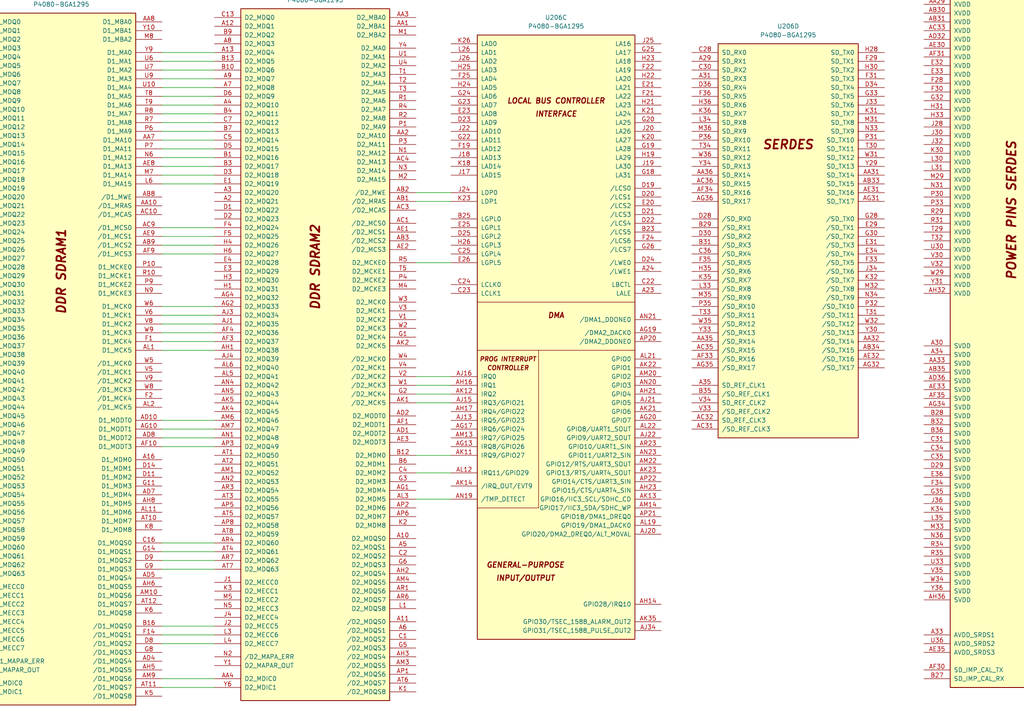
<source format=kicad_sch>
(kicad_sch (version 20250114) (generator "eeschema") (generator_version "9.0")
  (paper "A4")
  (lib_symbols
    (symbol "CPU:P4080-BGA1295" (pin_names (offset 1.016))
      (property "Reference" "U" (at 1.27 19.05 0))
      (property "Value" "P4080-BGA1295" (at 1.27 16.51 0))
      (symbol "P4080-BGA1295_1_1"
        (text "DDR SDRAM1" (at 1.27 26.67 900) (effects (font (size 2.54 2.54) (bold yes) (italic yes))))
        (pin bidirectional line (at -27.94 99.06 0) (length 7.62) (name "D1_MDQ0") (number "A17"))
        (pin bidirectional line (at -27.94 96.52 0) (length 7.62) (name "D1_MDQ1") (number "D17"))
        (pin bidirectional line (at -27.94 93.98 0) (length 7.62) (name "D1_MDQ2") (number "C14"))
        (pin bidirectional line (at -27.94 91.44 0) (length 7.62) (name "D1_MDQ3") (number "A14"))
        (pin bidirectional line (at -27.94 88.9 0) (length 7.62) (name "D1_MDQ4") (number "C17"))
        (pin bidirectional line (at -27.94 86.36 0) (length 7.62) (name "D1_MDQ5") (number "B17"))
        (pin bidirectional line (at -27.94 83.82 0) (length 7.62) (name "D1_MDQ6") (number "A15"))
        (pin bidirectional line (at -27.94 81.28 0) (length 7.62) (name "D1_MDQ7") (number "B15"))
        (pin bidirectional line (at -27.94 78.74 0) (length 7.62) (name "D1_MDQ8") (number "D15"))
        (pin bidirectional line (at -27.94 76.2 0) (length 7.62) (name "D1_MDQ9") (number "G15"))
        (pin bidirectional line (at -27.94 73.66 0) (length 7.62) (name "D1_MDQ10") (number "E12"))
        (pin bidirectional line (at -27.94 71.12 0) (length 7.62) (name "D1_MDQ11") (number "G12"))
        (pin bidirectional line (at -27.94 68.58 0) (length 7.62) (name "D1_MDQ12") (number "F16"))
        (pin bidirectional line (at -27.94 66.04 0) (length 7.62) (name "D1_MDQ13") (number "E15"))
        (pin bidirectional line (at -27.94 63.5 0) (length 7.62) (name "D1_MDQ14") (number "E13"))
        (pin bidirectional line (at -27.94 60.96 0) (length 7.62) (name "D1_MDQ15") (number "F13"))
        (pin bidirectional line (at -27.94 58.42 0) (length 7.62) (name "D1_MDQ16") (number "C8"))
        (pin bidirectional line (at -27.94 55.88 0) (length 7.62) (name "D1_MDQ17") (number "D12"))
        (pin bidirectional line (at -27.94 53.34 0) (length 7.62) (name "D1_MDQ18") (number "E9"))
        (pin bidirectional line (at -27.94 50.8 0) (length 7.62) (name "D1_MDQ19") (number "E10"))
        (pin bidirectional line (at -27.94 48.26 0) (length 7.62) (name "D1_MDQ20") (number "C11"))
        (pin bidirectional line (at -27.94 45.72 0) (length 7.62) (name "D1_MDQ21") (number "C10"))
        (pin bidirectional line (at -27.94 43.18 0) (length 7.62) (name "D1_MDQ22") (number "E6"))
        (pin bidirectional line (at -27.94 40.64 0) (length 7.62) (name "D1_MDQ23") (number "E7"))
        (pin bidirectional line (at -27.94 38.1 0) (length 7.62) (name "D1_MDQ24") (number "F7"))
        (pin bidirectional line (at -27.94 35.56 0) (length 7.62) (name "D1_MDQ25") (number "F11"))
        (pin bidirectional line (at -27.94 33.02 0) (length 7.62) (name "D1_MDQ26") (number "H10"))
        (pin bidirectional line (at -27.94 30.48 0) (length 7.62) (name "D1_MDQ27") (number "J10"))
        (pin bidirectional line (at -27.94 27.94 0) (length 7.62) (name "D1_MDQ28") (number "F10"))
        (pin bidirectional line (at -27.94 25.4 0) (length 7.62) (name "D1_MDQ29") (number "F8"))
        (pin bidirectional line (at -27.94 22.86 0) (length 7.62) (name "D1_MDQ30") (number "H7"))
        (pin bidirectional line (at -27.94 20.32 0) (length 7.62) (name "D1_MDQ31") (number "H9"))
        (pin bidirectional line (at -27.94 17.78 0) (length 7.62) (name "D1_MDQ32") (number "AC7"))
        (pin bidirectional line (at -27.94 15.24 0) (length 7.62) (name "D1_MDQ33") (number "AC6"))
        (pin bidirectional line (at -27.94 12.7 0) (length 7.62) (name "D1_MDQ34") (number "AF6"))
        (pin bidirectional line (at -27.94 10.16 0) (length 7.62) (name "D1_MDQ35") (number "AF7"))
        (pin bidirectional line (at -27.94 7.62 0) (length 7.62) (name "D1_MDQ36") (number "AB5"))
        (pin bidirectional line (at -27.94 5.08 0) (length 7.62) (name "D1_MDQ37") (number "AB6"))
        (pin bidirectional line (at -27.94 2.54 0) (length 7.62) (name "D1_MDQ38") (number "AE5"))
        (pin bidirectional line (at -27.94 0 0) (length 7.62) (name "D1_MDQ39") (number "AE6"))
        (pin bidirectional line (at -27.94 -2.54 0) (length 7.62) (name "D1_MDQ40") (number "AG5"))
        (pin bidirectional line (at -27.94 -5.08 0) (length 7.62) (name "D1_MDQ41") (number "AH9"))
        (pin bidirectional line (at -27.94 -7.62 0) (length 7.62) (name "D1_MDQ42") (number "AJ9"))
        (pin bidirectional line (at -27.94 -10.16 0) (length 7.62) (name "D1_MDQ43") (number "AJ10"))
        (pin bidirectional line (at -27.94 -12.7 0) (length 7.62) (name "D1_MDQ44") (number "AG8"))
        (pin bidirectional line (at -27.94 -15.24 0) (length 7.62) (name "D1_MDQ45") (number "AG7"))
        (pin bidirectional line (at -27.94 -17.78 0) (length 7.62) (name "D1_MDQ46") (number "AJ6"))
        (pin bidirectional line (at -27.94 -20.32 0) (length 7.62) (name "D1_MDQ47") (number "AJ7"))
        (pin bidirectional line (at -27.94 -22.86 0) (length 7.62) (name "D1_MDQ48") (number "AL9"))
        (pin bidirectional line (at -27.94 -25.4 0) (length 7.62) (name "D1_MDQ49") (number "AL8"))
        (pin bidirectional line (at -27.94 -27.94 0) (length 7.62) (name "D1_MDQ50") (number "AN10"))
        (pin bidirectional line (at -27.94 -30.48 0) (length 7.62) (name "D1_MDQ51") (number "AN11"))
        (pin bidirectional line (at -27.94 -33.02 0) (length 7.62) (name "D1_MDQ52") (number "AK8"))
        (pin bidirectional line (at -27.94 -35.56 0) (length 7.62) (name "D1_MDQ53") (number "AK7"))
        (pin bidirectional line (at -27.94 -38.1 0) (length 7.62) (name "D1_MDQ54") (number "AN7"))
        (pin bidirectional line (at -27.94 -40.64 0) (length 7.62) (name "D1_MDQ55") (number "AN8"))
        (pin bidirectional line (at -27.94 -43.18 0) (length 7.62) (name "D1_MDQ56") (number "AT9"))
        (pin bidirectional line (at -27.94 -45.72 0) (length 7.62) (name "D1_MDQ57") (number "AR10"))
        (pin bidirectional line (at -27.94 -48.26 0) (length 7.62) (name "D1_MDQ58") (number "AT13"))
        (pin bidirectional line (at -27.94 -50.8 0) (length 7.62) (name "D1_MDQ59") (number "AR13"))
        (pin bidirectional line (at -27.94 -53.34 0) (length 7.62) (name "D1_MDQ60") (number "AP9"))
        (pin bidirectional line (at -27.94 -55.88 0) (length 7.62) (name "D1_MDQ61") (number "AR9"))
        (pin bidirectional line (at -27.94 -58.42 0) (length 7.62) (name "D1_MDQ62") (number "AR12"))
        (pin bidirectional line (at -27.94 -60.96 0) (length 7.62) (name "D1_MDQ63") (number "AP12"))
        (pin bidirectional line (at -27.94 -64.77 0) (length 7.62) (name "D1_MECC0") (number "K9"))
        (pin bidirectional line (at -27.94 -67.31 0) (length 7.62) (name "D1_MECC1") (number "J5"))
        (pin bidirectional line (at -27.94 -69.85 0) (length 7.62) (name "D1_MECC2") (number "L10"))
        (pin bidirectional line (at -27.94 -72.39 0) (length 7.62) (name "D1_MECC3") (number "M10"))
        (pin bidirectional line (at -27.94 -74.93 0) (length 7.62) (name "D1_MECC4") (number "J8"))
        (pin bidirectional line (at -27.94 -77.47 0) (length 7.62) (name "D1_MECC5") (number "J7"))
        (pin bidirectional line (at -27.94 -80.01 0) (length 7.62) (name "D1_MECC6") (number "L7"))
        (pin bidirectional line (at -27.94 -82.55 0) (length 7.62) (name "D1_MECC7") (number "L9"))
        (pin input line (at -27.94 -86.36 0) (length 7.62) (name "/D1_MAPAR_ERR") (number "N8"))
        (pin output line (at -27.94 -88.9 0) (length 7.62) (name "D1_MAPAR_OUT") (number "Y7"))
        (pin bidirectional line (at -27.94 -92.71 0) (length 7.62) (name "D1_MDIC0") (number "T6"))
        (pin bidirectional line (at -27.94 -95.25 0) (length 7.62) (name "D1_MDIC1") (number "AA5"))
        (pin output line (at 30.48 99.06 180) (length 7.62) (name "D1_MBA0") (number "AA8"))
        (pin output line (at 30.48 96.52 180) (length 7.62) (name "D1_MBA1") (number "Y10"))
        (pin output line (at 30.48 93.98 180) (length 7.62) (name "D1_MBA2") (number "M8"))
        (pin output line (at 30.48 90.17 180) (length 7.62) (name "D1_MA0") (number "Y9"))
        (pin output line (at 30.48 87.63 180) (length 7.62) (name "D1_MA1") (number "U6"))
        (pin output line (at 30.48 85.09 180) (length 7.62) (name "D1_MA2") (number "U7"))
        (pin output line (at 30.48 82.55 180) (length 7.62) (name "D1_MA3") (number "U9"))
        (pin output line (at 30.48 80.01 180) (length 7.62) (name "D1_MA4") (number "U10"))
        (pin output line (at 30.48 77.47 180) (length 7.62) (name "D1_MA5") (number "T8"))
        (pin output line (at 30.48 74.93 180) (length 7.62) (name "D1_MA6") (number "T9"))
        (pin output line (at 30.48 72.39 180) (length 7.62) (name "D1_MA7") (number "R8"))
        (pin output line (at 30.48 69.85 180) (length 7.62) (name "D1_MA8") (number "R7"))
        (pin output line (at 30.48 67.31 180) (length 7.62) (name "D1_MA9") (number "P6"))
        (pin output line (at 30.48 64.77 180) (length 7.62) (name "D1_MA10") (number "AA7"))
        (pin output line (at 30.48 62.23 180) (length 7.62) (name "D1_MA11") (number "P7"))
        (pin output line (at 30.48 59.69 180) (length 7.62) (name "D1_MA12") (number "N6"))
        (pin output line (at 30.48 57.15 180) (length 7.62) (name "D1_MA13") (number "AE8"))
        (pin output line (at 30.48 54.61 180) (length 7.62) (name "D1_MA14") (number "M7"))
        (pin output line (at 30.48 52.07 180) (length 7.62) (name "D1_MA15") (number "L6"))
        (pin output line (at 30.48 48.26 180) (length 7.62) (name "/D1_MWE") (number "AB8"))
        (pin output line (at 30.48 45.72 180) (length 7.62) (name "/D1_MRAS") (number "AA10"))
        (pin output line (at 30.48 43.18 180) (length 7.62) (name "/D1_MCAS") (number "AC10"))
        (pin output line (at 30.48 39.37 180) (length 7.62) (name "/D1_MCS0") (number "AC9"))
        (pin output line (at 30.48 36.83 180) (length 7.62) (name "/D1_MCS1") (number "AE9"))
        (pin output line (at 30.48 34.29 180) (length 7.62) (name "/D1_MCS2") (number "AB9"))
        (pin output line (at 30.48 31.75 180) (length 7.62) (name "/D1_MCS3") (number "AF9"))
        (pin output line (at 30.48 27.94 180) (length 7.62) (name "D1_MCKE0") (number "P10"))
        (pin output line (at 30.48 25.4 180) (length 7.62) (name "D1_MCKE1") (number "R10"))
        (pin output line (at 30.48 22.86 180) (length 7.62) (name "D1_MCKE2") (number "P9"))
        (pin output line (at 30.48 20.32 180) (length 7.62) (name "D1_MCKE3") (number "N9"))
        (pin output line (at 30.48 16.51 180) (length 7.62) (name "D1_MCK0") (number "W6"))
        (pin output line (at 30.48 13.97 180) (length 7.62) (name "D1_MCK1") (number "V6"))
        (pin output line (at 30.48 11.43 180) (length 7.62) (name "D1_MCK2") (number "V8"))
        (pin output line (at 30.48 8.89 180) (length 7.62) (name "D1_MCK3") (number "W9"))
        (pin output line (at 30.48 6.35 180) (length 7.62) (name "D1_MCK4") (number "F1"))
        (pin output line (at 30.48 3.81 180) (length 7.62) (name "D1_MCK5") (number "AL1"))
        (pin output line (at 30.48 0 180) (length 7.62) (name "/D1_MCK0") (number "W5"))
        (pin output line (at 30.48 -2.54 180) (length 7.62) (name "/D1_MCK1") (number "V5"))
        (pin output line (at 30.48 -5.08 180) (length 7.62) (name "/D1_MCK2") (number "V9"))
        (pin output line (at 30.48 -7.62 180) (length 7.62) (name "/D1_MCK3") (number "W8"))
        (pin output line (at 30.48 -10.16 180) (length 7.62) (name "/D1_MCK4") (number "F2"))
        (pin output line (at 30.48 -12.7 180) (length 7.62) (name "/D1_MCK5") (number "AL2"))
        (pin output line (at 30.48 -16.51 180) (length 7.62) (name "D1_MODT0") (number "AD10"))
        (pin output line (at 30.48 -19.05 180) (length 7.62) (name "D1_MODT1") (number "AG10"))
        (pin output line (at 30.48 -21.59 180) (length 7.62) (name "D1_MODT2") (number "AD8"))
        (pin output line (at 30.48 -24.13 180) (length 7.62) (name "D1_MODT3") (number "AF10"))
        (pin output line (at 30.48 -27.94 180) (length 7.62) (name "D1_MDM0") (number "A16"))
        (pin output line (at 30.48 -30.48 180) (length 7.62) (name "D1_MDM1") (number "D14"))
        (pin output line (at 30.48 -33.02 180) (length 7.62) (name "D1_MDM2") (number "D11"))
        (pin output line (at 30.48 -35.56 180) (length 7.62) (name "D1_MDM3") (number "G11"))
        (pin output line (at 30.48 -38.1 180) (length 7.62) (name "D1_MDM4") (number "AD7"))
        (pin output line (at 30.48 -40.64 180) (length 7.62) (name "D1_MDM5") (number "AH8"))
        (pin output line (at 30.48 -43.18 180) (length 7.62) (name "D1_MDM6") (number "AL11"))
        (pin output line (at 30.48 -45.72 180) (length 7.62) (name "D1_MDM7") (number "AT10"))
        (pin output line (at 30.48 -48.26 180) (length 7.62) (name "D1_MDM8") (number "K8"))
        (pin bidirectional line (at 30.48 -52.07 180) (length 7.62) (name "D1_MDQS0") (number "C16"))
        (pin bidirectional line (at 30.48 -54.61 180) (length 7.62) (name "D1_MDQS1") (number "G14"))
        (pin bidirectional line (at 30.48 -57.15 180) (length 7.62) (name "D1_MDQS2") (number "D9"))
        (pin bidirectional line (at 30.48 -59.69 180) (length 7.62) (name "D1_MDQS3") (number "G9"))
        (pin bidirectional line (at 30.48 -62.23 180) (length 7.62) (name "D1_MDQS4") (number "AD5"))
        (pin bidirectional line (at 30.48 -64.77 180) (length 7.62) (name "D1_MDQS5") (number "AH6"))
        (pin bidirectional line (at 30.48 -67.31 180) (length 7.62) (name "D1_MDQS6") (number "AM10"))
        (pin bidirectional line (at 30.48 -69.85 180) (length 7.62) (name "D1_MDQS7") (number "AT12"))
        (pin bidirectional line (at 30.48 -72.39 180) (length 7.62) (name "D1_MDQS8") (number "K6"))
        (pin bidirectional line (at 30.48 -76.2 180) (length 7.62) (name "/D1_MDQS0") (number "B16"))
        (pin bidirectional line (at 30.48 -78.74 180) (length 7.62) (name "/D1_MDQS1") (number "F14"))
        (pin bidirectional line (at 30.48 -81.28 180) (length 7.62) (name "/D1_MDQS2") (number "D8"))
        (pin bidirectional line (at 30.48 -83.82 180) (length 7.62) (name "/D1_MDQS3") (number "G8"))
        (pin bidirectional line (at 30.48 -86.36 180) (length 7.62) (name "/D1_MDQS4") (number "AD4"))
        (pin bidirectional line (at 30.48 -88.9 180) (length 7.62) (name "/D1_MDQS5") (number "AH5"))
        (pin bidirectional line (at 30.48 -91.44 180) (length 7.62) (name "/D1_MDQS6") (number "AM9"))
        (pin bidirectional line (at 30.48 -93.98 180) (length 7.62) (name "/D1_MDQS7") (number "AT11"))
        (pin bidirectional line (at 30.48 -96.52 180) (length 7.62) (name "/D1_MDQS8") (number "K5"))
      )
      (symbol "P4080-BGA1295_2_1"
        (text "DDR SDRAM2" (at 1.27 26.67 900) (effects (font (size 2.54 2.54) (bold yes) (italic yes))))
        (pin bidirectional line (at -27.94 99.06 0) (length 7.62) (name "D2_MDQ0") (number "C13"))
        (pin bidirectional line (at -27.94 96.52 0) (length 7.62) (name "D2_MDQ1") (number "A12"))
        (pin bidirectional line (at -27.94 93.98 0) (length 7.62) (name "D2_MDQ2") (number "B9"))
        (pin bidirectional line (at -27.94 91.44 0) (length 7.62) (name "D2_MDQ3") (number "A8"))
        (pin bidirectional line (at -27.94 88.9 0) (length 7.62) (name "D2_MDQ4") (number "A13"))
        (pin bidirectional line (at -27.94 86.36 0) (length 7.62) (name "D2_MDQ5") (number "B13"))
        (pin bidirectional line (at -27.94 83.82 0) (length 7.62) (name "D2_MDQ6") (number "B10"))
        (pin bidirectional line (at -27.94 81.28 0) (length 7.62) (name "D2_MDQ7") (number "A9"))
        (pin bidirectional line (at -27.94 78.74 0) (length 7.62) (name "D2_MDQ8") (number "A7"))
        (pin bidirectional line (at -27.94 76.2 0) (length 7.62) (name "D2_MDQ9") (number "D6"))
        (pin bidirectional line (at -27.94 73.66 0) (length 7.62) (name "D2_MDQ10") (number "A4"))
        (pin bidirectional line (at -27.94 71.12 0) (length 7.62) (name "D2_MDQ11") (number "B4"))
        (pin bidirectional line (at -27.94 68.58 0) (length 7.62) (name "D2_MDQ12") (number "C7"))
        (pin bidirectional line (at -27.94 66.04 0) (length 7.62) (name "D2_MDQ13") (number "B7"))
        (pin bidirectional line (at -27.94 63.5 0) (length 7.62) (name "D2_MDQ14") (number "C5"))
        (pin bidirectional line (at -27.94 60.96 0) (length 7.62) (name "D2_MDQ15") (number "D5"))
        (pin bidirectional line (at -27.94 58.42 0) (length 7.62) (name "D2_MDQ16") (number "B1"))
        (pin bidirectional line (at -27.94 55.88 0) (length 7.62) (name "D2_MDQ17") (number "B3"))
        (pin bidirectional line (at -27.94 53.34 0) (length 7.62) (name "D2_MDQ18") (number "D3"))
        (pin bidirectional line (at -27.94 50.8 0) (length 7.62) (name "D2_MDQ19") (number "E1"))
        (pin bidirectional line (at -27.94 48.26 0) (length 7.62) (name "D2_MDQ20") (number "A3"))
        (pin bidirectional line (at -27.94 45.72 0) (length 7.62) (name "D2_MDQ21") (number "A2"))
        (pin bidirectional line (at -27.94 43.18 0) (length 7.62) (name "D2_MDQ22") (number "D1"))
        (pin bidirectional line (at -27.94 40.64 0) (length 7.62) (name "D2_MDQ23") (number "D2"))
        (pin bidirectional line (at -27.94 38.1 0) (length 7.62) (name "D2_MDQ24") (number "F4"))
        (pin bidirectional line (at -27.94 35.56 0) (length 7.62) (name "D2_MDQ25") (number "F5"))
        (pin bidirectional line (at -27.94 33.02 0) (length 7.62) (name "D2_MDQ26") (number "H4"))
        (pin bidirectional line (at -27.94 30.48 0) (length 7.62) (name "D2_MDQ27") (number "H6"))
        (pin bidirectional line (at -27.94 27.94 0) (length 7.62) (name "D2_MDQ28") (number "E4"))
        (pin bidirectional line (at -27.94 25.4 0) (length 7.62) (name "D2_MDQ29") (number "E3"))
        (pin bidirectional line (at -27.94 22.86 0) (length 7.62) (name "D2_MDQ30") (number "H3"))
        (pin bidirectional line (at -27.94 20.32 0) (length 7.62) (name "D2_MDQ31") (number "H1"))
        (pin bidirectional line (at -27.94 17.78 0) (length 7.62) (name "D2_MDQ32") (number "AG4"))
        (pin bidirectional line (at -27.94 15.24 0) (length 7.62) (name "D2_MDQ33") (number "AG2"))
        (pin bidirectional line (at -27.94 12.7 0) (length 7.62) (name "D2_MDQ34") (number "AJ3"))
        (pin bidirectional line (at -27.94 10.16 0) (length 7.62) (name "D2_MDQ35") (number "AJ1"))
        (pin bidirectional line (at -27.94 7.62 0) (length 7.62) (name "D2_MDQ36") (number "AF4"))
        (pin bidirectional line (at -27.94 5.08 0) (length 7.62) (name "D2_MDQ37") (number "AF3"))
        (pin bidirectional line (at -27.94 2.54 0) (length 7.62) (name "D2_MDQ38") (number "AH1"))
        (pin bidirectional line (at -27.94 0 0) (length 7.62) (name "D2_MDQ39") (number "AJ4"))
        (pin bidirectional line (at -27.94 -2.54 0) (length 7.62) (name "D2_MDQ40") (number "AL6"))
        (pin bidirectional line (at -27.94 -5.08 0) (length 7.62) (name "D2_MDQ41") (number "AL5"))
        (pin bidirectional line (at -27.94 -7.62 0) (length 7.62) (name "D2_MDQ42") (number "AN4"))
        (pin bidirectional line (at -27.94 -10.16 0) (length 7.62) (name "D2_MDQ43") (number "AN5"))
        (pin bidirectional line (at -27.94 -12.7 0) (length 7.62) (name "D2_MDQ44") (number "AK5"))
        (pin bidirectional line (at -27.94 -15.24 0) (length 7.62) (name "D2_MDQ45") (number "AK4"))
        (pin bidirectional line (at -27.94 -17.78 0) (length 7.62) (name "D2_MDQ46") (number "AM6"))
        (pin bidirectional line (at -27.94 -20.32 0) (length 7.62) (name "D2_MDQ47") (number "AM7"))
        (pin bidirectional line (at -27.94 -22.86 0) (length 7.62) (name "D2_MDQ48") (number "AN1"))
        (pin bidirectional line (at -27.94 -25.4 0) (length 7.62) (name "D2_MDQ49") (number "AP3"))
        (pin bidirectional line (at -27.94 -27.94 0) (length 7.62) (name "D2_MDQ50") (number "AT1"))
        (pin bidirectional line (at -27.94 -30.48 0) (length 7.62) (name "D2_MDQ51") (number "AT2"))
        (pin bidirectional line (at -27.94 -33.02 0) (length 7.62) (name "D2_MDQ52") (number "AM1"))
        (pin bidirectional line (at -27.94 -35.56 0) (length 7.62) (name "D2_MDQ53") (number "AN2"))
        (pin bidirectional line (at -27.94 -38.1 0) (length 7.62) (name "D2_MDQ54") (number "AR3"))
        (pin bidirectional line (at -27.94 -40.64 0) (length 7.62) (name "D2_MDQ55") (number "AT3"))
        (pin bidirectional line (at -27.94 -43.18 0) (length 7.62) (name "D2_MDQ56") (number "AP5"))
        (pin bidirectional line (at -27.94 -45.72 0) (length 7.62) (name "D2_MDQ57") (number "AT5"))
        (pin bidirectional line (at -27.94 -48.26 0) (length 7.62) (name "D2_MDQ58") (number "AP8"))
        (pin bidirectional line (at -27.94 -50.8 0) (length 7.62) (name "D2_MDQ59") (number "AT8"))
        (pin bidirectional line (at -27.94 -53.34 0) (length 7.62) (name "D2_MDQ60") (number "AR4"))
        (pin bidirectional line (at -27.94 -55.88 0) (length 7.62) (name "D2_MDQ61") (number "AT4"))
        (pin bidirectional line (at -27.94 -58.42 0) (length 7.62) (name "D2_MDQ62") (number "AR7"))
        (pin bidirectional line (at -27.94 -60.96 0) (length 7.62) (name "D2_MDQ63") (number "AT7"))
        (pin bidirectional line (at -27.94 -64.77 0) (length 7.62) (name "D2_MECC0") (number "J1"))
        (pin bidirectional line (at -27.94 -67.31 0) (length 7.62) (name "D2_MECC1") (number "K3"))
        (pin bidirectional line (at -27.94 -69.85 0) (length 7.62) (name "D2_MECC2") (number "M5"))
        (pin bidirectional line (at -27.94 -72.39 0) (length 7.62) (name "D2_MECC3") (number "N5"))
        (pin bidirectional line (at -27.94 -74.93 0) (length 7.62) (name "D2_MECC4") (number "J4"))
        (pin bidirectional line (at -27.94 -77.47 0) (length 7.62) (name "D2_MECC5") (number "J2"))
        (pin bidirectional line (at -27.94 -80.01 0) (length 7.62) (name "D2_MECC6") (number "L3"))
        (pin bidirectional line (at -27.94 -82.55 0) (length 7.62) (name "D2_MECC7") (number "L4"))
        (pin input line (at -27.94 -86.36 0) (length 7.62) (name "/D2_MAPA_ERR") (number "N2"))
        (pin output line (at -27.94 -88.9 0) (length 7.62) (name "D2_MAPAR_OUT") (number "Y1"))
        (pin bidirectional line (at -27.94 -92.71 0) (length 7.62) (name "D2_MDIC0") (number "AA4"))
        (pin bidirectional line (at -27.94 -95.25 0) (length 7.62) (name "D2_MDIC1") (number "Y6"))
        (pin output line (at 30.48 99.06 180) (length 7.62) (name "D2_MBA0") (number "AA3"))
        (pin output line (at 30.48 96.52 180) (length 7.62) (name "D2_MBA1") (number "AA1"))
        (pin output line (at 30.48 93.98 180) (length 7.62) (name "D2_MBA2") (number "M1"))
        (pin output line (at 30.48 90.17 180) (length 7.62) (name "D2_MA0") (number "Y4"))
        (pin output line (at 30.48 87.63 180) (length 7.62) (name "D2_MA1") (number "U1"))
        (pin output line (at 30.48 85.09 180) (length 7.62) (name "D2_MA2") (number "U4"))
        (pin output line (at 30.48 82.55 180) (length 7.62) (name "D2_MA3") (number "T1"))
        (pin output line (at 30.48 80.01 180) (length 7.62) (name "D2_MA4") (number "T2"))
        (pin output line (at 30.48 77.47 180) (length 7.62) (name "D2_MA5") (number "T3"))
        (pin output line (at 30.48 74.93 180) (length 7.62) (name "D2_MA6") (number "R1"))
        (pin output line (at 30.48 72.39 180) (length 7.62) (name "D2_MA7") (number "R4"))
        (pin output line (at 30.48 69.85 180) (length 7.62) (name "D2_MA8") (number "R2"))
        (pin output line (at 30.48 67.31 180) (length 7.62) (name "D2_MA9") (number "P1"))
        (pin output line (at 30.48 64.77 180) (length 7.62) (name "D2_MA10") (number "AA2"))
        (pin output line (at 30.48 62.23 180) (length 7.62) (name "D2_MA11") (number "P3"))
        (pin output line (at 30.48 59.69 180) (length 7.62) (name "D2_MA12") (number "N1"))
        (pin output line (at 30.48 57.15 180) (length 7.62) (name "D2_MA13") (number "AC4"))
        (pin output line (at 30.48 54.61 180) (length 7.62) (name "D2_MA14") (number "N3"))
        (pin output line (at 30.48 52.07 180) (length 7.62) (name "D2_MA15") (number "M2"))
        (pin output line (at 30.48 48.26 180) (length 7.62) (name "/D2_MWE") (number "AB2"))
        (pin output line (at 30.48 45.72 180) (length 7.62) (name "/D2_MRAS") (number "AB1"))
        (pin output line (at 30.48 43.18 180) (length 7.62) (name "/D2_MCAS") (number "AC3"))
        (pin output line (at 30.48 39.37 180) (length 7.62) (name "/D2_MCS0") (number "AC1"))
        (pin output line (at 30.48 36.83 180) (length 7.62) (name "/D2_MCS1") (number "AE1"))
        (pin output line (at 30.48 34.29 180) (length 7.62) (name "/D2_MCS2") (number "AB3"))
        (pin output line (at 30.48 31.75 180) (length 7.62) (name "/D2_MCS3") (number "AE2"))
        (pin output line (at 30.48 27.94 180) (length 7.62) (name "D2_MCKE0") (number "R5"))
        (pin output line (at 30.48 25.4 180) (length 7.62) (name "D2_MCKE1") (number "T5"))
        (pin output line (at 30.48 22.86 180) (length 7.62) (name "D2_MCKE2") (number "P4"))
        (pin output line (at 30.48 20.32 180) (length 7.62) (name "D2_MCKE3") (number "M4"))
        (pin output line (at 30.48 16.51 180) (length 7.62) (name "D2_MCK0") (number "W3"))
        (pin output line (at 30.48 13.97 180) (length 7.62) (name "D2_MCK1") (number "V3"))
        (pin output line (at 30.48 11.43 180) (length 7.62) (name "D2_MCK2") (number "V1"))
        (pin output line (at 30.48 8.89 180) (length 7.62) (name "D2_MCK3") (number "W2"))
        (pin output line (at 30.48 6.35 180) (length 7.62) (name "D2_MCK4") (number "G1"))
        (pin output line (at 30.48 3.81 180) (length 7.62) (name "D2_MCK5") (number "AK2"))
        (pin output line (at 30.48 0 180) (length 7.62) (name "/D2_MCK0") (number "W4"))
        (pin output line (at 30.48 -2.54 180) (length 7.62) (name "/D2_MCK1") (number "V4"))
        (pin output line (at 30.48 -5.08 180) (length 7.62) (name "/D2_MCK2") (number "V2"))
        (pin output line (at 30.48 -7.62 180) (length 7.62) (name "/D2_MCK3") (number "W1"))
        (pin output line (at 30.48 -10.16 180) (length 7.62) (name "/D2_MCK4") (number "G2"))
        (pin output line (at 30.48 -12.7 180) (length 7.62) (name "/D2_MCK5") (number "AK1"))
        (pin output line (at 30.48 -16.51 180) (length 7.62) (name "D2_MODT0") (number "AD2"))
        (pin output line (at 30.48 -19.05 180) (length 7.62) (name "D2_MODT1") (number "AF1"))
        (pin output line (at 30.48 -21.59 180) (length 7.62) (name "D2_MODT2") (number "AD1"))
        (pin output line (at 30.48 -24.13 180) (length 7.62) (name "D2_MODT3") (number "AE3"))
        (pin output line (at 30.48 -27.94 180) (length 7.62) (name "D2_MDM0") (number "B12"))
        (pin output line (at 30.48 -30.48 180) (length 7.62) (name "D2_MDM1") (number "B6"))
        (pin output line (at 30.48 -33.02 180) (length 7.62) (name "D2_MDM2") (number "C4"))
        (pin output line (at 30.48 -35.56 180) (length 7.62) (name "D2_MDM3") (number "G3"))
        (pin output line (at 30.48 -38.1 180) (length 7.62) (name "D2_MDM4") (number "AG1"))
        (pin output line (at 30.48 -40.64 180) (length 7.62) (name "D2_MDM5") (number "AL3"))
        (pin output line (at 30.48 -43.18 180) (length 7.62) (name "D2_MDM6") (number "AP2"))
        (pin output line (at 30.48 -45.72 180) (length 7.62) (name "D2_MDM7") (number "AP6"))
        (pin output line (at 30.48 -48.26 180) (length 7.62) (name "D2_MDM8") (number "K2"))
        (pin bidirectional line (at 30.48 -52.07 180) (length 7.62) (name "D2_MDQS0") (number "A10"))
        (pin bidirectional line (at 30.48 -54.61 180) (length 7.62) (name "D2_MDQS1") (number "A5"))
        (pin bidirectional line (at 30.48 -57.15 180) (length 7.62) (name "D2_MDQS2") (number "C2"))
        (pin bidirectional line (at 30.48 -59.69 180) (length 7.62) (name "D2_MDQS3") (number "G6"))
        (pin bidirectional line (at 30.48 -62.23 180) (length 7.62) (name "D2_MDQS4") (number "AH2"))
        (pin bidirectional line (at 30.48 -64.77 180) (length 7.62) (name "D2_MDQS5") (number "AM4"))
        (pin bidirectional line (at 30.48 -67.31 180) (length 7.62) (name "D2_MDQS6") (number "AR1"))
        (pin bidirectional line (at 30.48 -69.85 180) (length 7.62) (name "D2_MDQS7") (number "AR6"))
        (pin bidirectional line (at 30.48 -72.39 180) (length 7.62) (name "D2_MDQS8") (number "L1"))
        (pin bidirectional line (at 30.48 -76.2 180) (length 7.62) (name "/D2_MDQS0") (number "A11"))
        (pin bidirectional line (at 30.48 -78.74 180) (length 7.62) (name "/D2_MDQS1") (number "A6"))
        (pin bidirectional line (at 30.48 -81.28 180) (length 7.62) (name "/D2_MDQS2") (number "C1"))
        (pin bidirectional line (at 30.48 -83.82 180) (length 7.62) (name "/D2_MDQS3") (number "G5"))
        (pin bidirectional line (at 30.48 -86.36 180) (length 7.62) (name "/D2_MDQS4") (number "AH3"))
        (pin bidirectional line (at 30.48 -88.9 180) (length 7.62) (name "/D2_MDQS5") (number "AM3"))
        (pin bidirectional line (at 30.48 -91.44 180) (length 7.62) (name "/D2_MDQS6") (number "AP1"))
        (pin bidirectional line (at 30.48 -93.98 180) (length 7.62) (name "/D2_MDQS7") (number "AT6"))
        (pin bidirectional line (at 30.48 -96.52 180) (length 7.62) (name "/D2_MDQS8") (number "K1"))
      )
      (symbol "P4080-BGA1295_3_1"
        (text "PROG INTERRUPT" (at -13.97 -5.08 0) (effects (font (size 1.27 1.27) (bold yes) (italic yes))))
        (text "CONTROLLER" (at -13.97 -7.62 0) (effects (font (size 1.27 1.27) (bold yes) (italic yes))))
        (text "GENERAL-PURPOSE" (at -8.89 -64.77 0) (effects (font (size 1.524 1.524) (bold yes) (italic yes))))
        (text "INPUT/OUTPUT" (at -8.89 -68.58 0) (effects (font (size 1.524 1.524) (bold yes) (italic yes))))
        (text "LOCAL BUS CONTROLLER" (at 0 69.85 0) (effects (font (size 1.524 1.524) (bold yes) (italic yes))))
        (text "INTERFACE" (at 0 66.04 0) (effects (font (size 1.524 1.524) (bold yes) (italic yes))))
        (text "DMA" (at 0 7.62 0) (effects (font (size 1.524 1.524) (bold yes) (italic yes))))
        (pin bidirectional line (at -30.48 86.36 0) (length 7.62) (name "LAD0") (number "K26"))
        (pin bidirectional line (at -30.48 83.82 0) (length 7.62) (name "LAD1") (number "L26"))
        (pin bidirectional line (at -30.48 81.28 0) (length 7.62) (name "LAD2") (number "J26"))
        (pin bidirectional line (at -30.48 78.74 0) (length 7.62) (name "LAD3") (number "H25"))
        (pin bidirectional line (at -30.48 76.2 0) (length 7.62) (name "LAD4") (number "F25"))
        (pin bidirectional line (at -30.48 73.66 0) (length 7.62) (name "LAD5") (number "H24"))
        (pin bidirectional line (at -30.48 71.12 0) (length 7.62) (name "LAD6") (number "G24"))
        (pin bidirectional line (at -30.48 68.58 0) (length 7.62) (name "LAD7") (number "G23"))
        (pin bidirectional line (at -30.48 66.04 0) (length 7.62) (name "LAD8") (number "E23"))
        (pin bidirectional line (at -30.48 63.5 0) (length 7.62) (name "LAD9") (number "D23"))
        (pin bidirectional line (at -30.48 60.96 0) (length 7.62) (name "LAD10") (number "J22"))
        (pin bidirectional line (at -30.48 58.42 0) (length 7.62) (name "LAD11") (number "G22"))
        (pin bidirectional line (at -30.48 55.88 0) (length 7.62) (name "LAD12") (number "F19"))
        (pin bidirectional line (at -30.48 53.34 0) (length 7.62) (name "LAD13") (number "J18"))
        (pin bidirectional line (at -30.48 50.8 0) (length 7.62) (name "LAD14") (number "K18"))
        (pin bidirectional line (at -30.48 48.26 0) (length 7.62) (name "LAD15") (number "J17"))
        (pin bidirectional line (at -30.48 43.18 0) (length 7.62) (name "LDP0") (number "J24"))
        (pin bidirectional line (at -30.48 40.64 0) (length 7.62) (name "LDP1") (number "K23"))
        (pin output line (at -30.48 35.56 0) (length 7.62) (name "LGPL0") (number "B25"))
        (pin output line (at -30.48 33.02 0) (length 7.62) (name "LGPL1") (number "E25"))
        (pin output line (at -30.48 30.48 0) (length 7.62) (name "LGPL2") (number "D25"))
        (pin output line (at -30.48 27.94 0) (length 7.62) (name "LGPL3") (number "H26"))
        (pin bidirectional line (at -30.48 25.4 0) (length 7.62) (name "LGPL4") (number "C25"))
        (pin output line (at -30.48 22.86 0) (length 7.62) (name "LGPL5") (number "E26"))
        (pin output line (at -30.48 16.51 0) (length 7.62) (name "LCLK0") (number "C24"))
        (pin output line (at -30.48 13.97 0) (length 7.62) (name "LCLK1") (number "C23"))
        (pin input line (at -30.48 -10.16 0) (length 7.62) (name "IRQ0") (number "AJ16"))
        (pin input line (at -30.48 -12.7 0) (length 7.62) (name "IRQ1") (number "AH16"))
        (pin input line (at -30.48 -15.24 0) (length 7.62) (name "IRQ2") (number "AK12"))
        (pin input line (at -30.48 -17.78 0) (length 7.62) (name "IRQ3/GPIO21") (number "AJ15"))
        (pin input line (at -30.48 -20.32 0) (length 7.62) (name "IRQ4/GPIO22") (number "AH17"))
        (pin input line (at -30.48 -22.86 0) (length 7.62) (name "IRQ5/GPIO23") (number "AJ13"))
        (pin input line (at -30.48 -25.4 0) (length 7.62) (name "IRQ6/GPIO24") (number "AG17"))
        (pin input line (at -30.48 -27.94 0) (length 7.62) (name "IRQ7/GPIO25") (number "AM13"))
        (pin input line (at -30.48 -30.48 0) (length 7.62) (name "IRQ8/GPIO26") (number "AG13"))
        (pin input line (at -30.48 -33.02 0) (length 7.62) (name "IRQ9/GPIO27") (number "AK11"))
        (pin input line (at -30.48 -38.1 0) (length 7.62) (name "IRQ11/GPIO29") (number "AL12"))
        (pin output line (at -30.48 -41.91 0) (length 7.62) (name "/IRQ_OUT/EVT9") (number "AK14"))
        (pin input line (at -30.48 -45.72 0) (length 7.62) (name "/TMP_DETECT") (number "AN19"))
        (pin output line (at 30.48 86.36 180) (length 7.62) (name "LA16") (number "J25"))
        (pin output line (at 30.48 83.82 180) (length 7.62) (name "LA17") (number "G25"))
        (pin output line (at 30.48 81.28 180) (length 7.62) (name "LA18") (number "H23"))
        (pin output line (at 30.48 78.74 180) (length 7.62) (name "LA19") (number "F22"))
        (pin output line (at 30.48 76.2 180) (length 7.62) (name "LA20") (number "H22"))
        (pin output line (at 30.48 73.66 180) (length 7.62) (name "LA21") (number "E21"))
        (pin output line (at 30.48 71.12 180) (length 7.62) (name "LA22") (number "F21"))
        (pin output line (at 30.48 68.58 180) (length 7.62) (name "LA23") (number "H21"))
        (pin output line (at 30.48 66.04 180) (length 7.62) (name "LA24") (number "K21"))
        (pin output line (at 30.48 63.5 180) (length 7.62) (name "LA25") (number "G20"))
        (pin output line (at 30.48 60.96 180) (length 7.62) (name "LA26") (number "J20"))
        (pin output line (at 30.48 58.42 180) (length 7.62) (name "LA27") (number "K20"))
        (pin output line (at 30.48 55.88 180) (length 7.62) (name "LA28") (number "G19"))
        (pin output line (at 30.48 53.34 180) (length 7.62) (name "LA29") (number "H19"))
        (pin output line (at 30.48 50.8 180) (length 7.62) (name "LA30") (number "J19"))
        (pin output line (at 30.48 48.26 180) (length 7.62) (name "LA31") (number "G18"))
        (pin output line (at 30.48 44.45 180) (length 7.62) (name "/LCS0") (number "D19"))
        (pin output line (at 30.48 41.91 180) (length 7.62) (name "/LCS1") (number "D20"))
        (pin output line (at 30.48 39.37 180) (length 7.62) (name "/LCS2") (number "E20"))
        (pin output line (at 30.48 36.83 180) (length 7.62) (name "/LCS3") (number "D21"))
        (pin output line (at 30.48 34.29 180) (length 7.62) (name "/LCS4") (number "D22"))
        (pin output line (at 30.48 31.75 180) (length 7.62) (name "/LCS5") (number "B23"))
        (pin output line (at 30.48 29.21 180) (length 7.62) (name "/LCS6") (number "F24"))
        (pin output line (at 30.48 26.67 180) (length 7.62) (name "/LCS7") (number "G26"))
        (pin output line (at 30.48 22.86 180) (length 7.62) (name "/LWE0") (number "D24"))
        (pin output line (at 30.48 20.32 180) (length 7.62) (name "/LWE1") (number "A24"))
        (pin output line (at 30.48 16.51 180) (length 7.62) (name "LBCTL") (number "C22"))
        (pin bidirectional line (at 30.48 13.97 180) (length 7.62) (name "LALE") (number "A23"))
        (pin output line (at 30.48 6.35 180) (length 7.62) (name "/DMA1_DDONE0") (number "AN21"))
        (pin output line (at 30.48 2.54 180) (length 7.62) (name "/DMA2_DACK0") (number "AG19"))
        (pin output line (at 30.48 0 180) (length 7.62) (name "/DMA2_DDONE0") (number "AP20"))
        (pin bidirectional line (at 30.48 -5.08 180) (length 7.62) (name "GPIO0") (number "AL21"))
        (pin bidirectional line (at 30.48 -7.62 180) (length 7.62) (name "GPIO1") (number "AK22"))
        (pin bidirectional line (at 30.48 -10.16 180) (length 7.62) (name "GPIO2") (number "AM20"))
        (pin bidirectional line (at 30.48 -12.7 180) (length 7.62) (name "GPIO3") (number "AN20"))
        (pin bidirectional line (at 30.48 -15.24 180) (length 7.62) (name "GPIO4") (number "AH21"))
        (pin bidirectional line (at 30.48 -17.78 180) (length 7.62) (name "GPIO5") (number "AJ21"))
        (pin bidirectional line (at 30.48 -20.32 180) (length 7.62) (name "GPIO6") (number "AK21"))
        (pin bidirectional line (at 30.48 -22.86 180) (length 7.62) (name "GPIO7") (number "AG20"))
        (pin bidirectional line (at 30.48 -25.4 180) (length 7.62) (name "GPIO8/UART1_SOUT") (number "AL22"))
        (pin bidirectional line (at 30.48 -27.94 180) (length 7.62) (name "GPIO9/UART2_SOUT") (number "AJ22"))
        (pin bidirectional line (at 30.48 -30.48 180) (length 7.62) (name "GPIO10/UART1_SIN") (number "AR23"))
        (pin bidirectional line (at 30.48 -33.02 180) (length 7.62) (name "GPIO11/UART2_SIN") (number "AN23"))
        (pin bidirectional line (at 30.48 -35.56 180) (length 7.62) (name "GPIO12/RTS/UART3_SOUT") (number "AM22"))
        (pin bidirectional line (at 30.48 -38.1 180) (length 7.62) (name "GPIO13/RTS/UART4_SOUT") (number "AK23"))
        (pin bidirectional line (at 30.48 -40.64 180) (length 7.62) (name "GPIO14/CTS/UART3_SIN") (number "AP22"))
        (pin bidirectional line (at 30.48 -43.18 180) (length 7.62) (name "GPIO15/CTS/UART4_SIN") (number "AH23"))
        (pin bidirectional line (at 30.48 -45.72 180) (length 7.62) (name "GPIO16/IIC3_SCL/SDHC_CD") (number "AK13"))
        (pin bidirectional line (at 30.48 -48.26 180) (length 7.62) (name "GPIO17/IIC3_SDA/SDHC_WP") (number "AM14"))
        (pin bidirectional line (at 30.48 -50.8 180) (length 7.62) (name "GPIO18/DMA1_DREQ0") (number "AP21"))
        (pin bidirectional line (at 30.48 -53.34 180) (length 7.62) (name "GPIO19/DMA1_DACK0") (number "AL19"))
        (pin bidirectional line (at 30.48 -55.88 180) (length 7.62) (name "GPIO20/DMA2_DREQ0/ALT_MDVAL") (number "AJ20"))
        (pin bidirectional line (at 30.48 -76.2 180) (length 7.62) (name "GPIO28/IRQ10") (number "AH14"))
        (pin bidirectional line (at 30.48 -81.28 180) (length 7.62) (name "GPIO30/TSEC_1588_ALARM_OUT2") (number "AK35"))
        (pin bidirectional line (at 30.48 -83.82 180) (length 7.62) (name "GPIO31/TSEC_1588_PULSE_OUT2") (number "AJ34"))
      )
      (symbol "P4080-BGA1295_4_1"
        (text "SERDES" (at 0 29.21 0) (effects (font (size 2.54 2.54) (bold yes) (italic yes))))
        (pin input line (at -27.94 55.88 0) (length 7.62) (name "SD_RX0") (number "C28"))
        (pin input line (at -27.94 53.34 0) (length 7.62) (name "SD_RX1") (number "A29"))
        (pin input line (at -27.94 50.8 0) (length 7.62) (name "SD_RX2") (number "C30"))
        (pin input line (at -27.94 48.26 0) (length 7.62) (name "SD_RX3") (number "A31"))
        (pin input line (at -27.94 45.72 0) (length 7.62) (name "SD_RX4") (number "D36"))
        (pin input line (at -27.94 43.18 0) (length 7.62) (name "SD_RX5") (number "F36"))
        (pin input line (at -27.94 40.64 0) (length 7.62) (name "SD_RX6") (number "H36"))
        (pin input line (at -27.94 38.1 0) (length 7.62) (name "SD_RX7") (number "K36"))
        (pin input line (at -27.94 35.56 0) (length 7.62) (name "SD_RX8") (number "L34"))
        (pin input line (at -27.94 33.02 0) (length 7.62) (name "SD_RX9") (number "M36"))
        (pin input line (at -27.94 30.48 0) (length 7.62) (name "SD_RX10") (number "P36"))
        (pin input line (at -27.94 27.94 0) (length 7.62) (name "SD_RX11") (number "T34"))
        (pin input line (at -27.94 25.4 0) (length 7.62) (name "SD_RX12") (number "W36"))
        (pin input line (at -27.94 22.86 0) (length 7.62) (name "SD_RX13") (number "Y34"))
        (pin input line (at -27.94 20.32 0) (length 7.62) (name "SD_RX14") (number "AA36"))
        (pin input line (at -27.94 17.78 0) (length 7.62) (name "SD_RX15") (number "AC36"))
        (pin input line (at -27.94 15.24 0) (length 7.62) (name "SD_RX16") (number "AF34"))
        (pin input line (at -27.94 12.7 0) (length 7.62) (name "SD_RX17") (number "AG36"))
        (pin input line (at -27.94 7.62 0) (length 7.62) (name "/SD_RX0") (number "D28"))
        (pin input line (at -27.94 5.08 0) (length 7.62) (name "/SD_RX1") (number "B29"))
        (pin input line (at -27.94 2.54 0) (length 7.62) (name "/SD_RX2") (number "D30"))
        (pin input line (at -27.94 0 0) (length 7.62) (name "/SD_RX3") (number "B31"))
        (pin input line (at -27.94 -2.54 0) (length 7.62) (name "/SD_RX4") (number "C36"))
        (pin input line (at -27.94 -5.08 0) (length 7.62) (name "/SD_RX5") (number "F35"))
        (pin input line (at -27.94 -7.62 0) (length 7.62) (name "/SD_RX6") (number "H35"))
        (pin input line (at -27.94 -10.16 0) (length 7.62) (name "/SD_RX7") (number "K35"))
        (pin input line (at -27.94 -12.7 0) (length 7.62) (name "/SD_RX8") (number "L33"))
        (pin input line (at -27.94 -15.24 0) (length 7.62) (name "/SD_RX9") (number "M35"))
        (pin input line (at -27.94 -17.78 0) (length 7.62) (name "/SD_RX10") (number "P35"))
        (pin input line (at -27.94 -20.32 0) (length 7.62) (name "/SD_RX11") (number "T33"))
        (pin input line (at -27.94 -22.86 0) (length 7.62) (name "/SD_RX12") (number "W35"))
        (pin input line (at -27.94 -25.4 0) (length 7.62) (name "/SD_RX13") (number "Y33"))
        (pin input line (at -27.94 -27.94 0) (length 7.62) (name "/SD_RX14") (number "AA35"))
        (pin input line (at -27.94 -30.48 0) (length 7.62) (name "/SD_RX15") (number "AC35"))
        (pin input line (at -27.94 -33.02 0) (length 7.62) (name "/SD_RX16") (number "AF33"))
        (pin input line (at -27.94 -35.56 0) (length 7.62) (name "/SD_RX17") (number "AG35"))
        (pin input line (at -27.94 -40.64 0) (length 7.62) (name "SD_REF_CLK1") (number "A35"))
        (pin input line (at -27.94 -43.18 0) (length 7.62) (name "/SD_REF_CLK1") (number "B35"))
        (pin input line (at -27.94 -45.72 0) (length 7.62) (name "SD_REF_CLK2") (number "V34"))
        (pin input line (at -27.94 -48.26 0) (length 7.62) (name "/SD_REF_CLK2") (number "V33"))
        (pin input line (at -27.94 -50.8 0) (length 7.62) (name "SD_REF_CLK3") (number "AC32"))
        (pin input line (at -27.94 -53.34 0) (length 7.62) (name "/SD_REF_CLK3") (number "AC31"))
        (pin output line (at 27.94 55.88 180) (length 7.62) (name "SD_TX0") (number "H28"))
        (pin output line (at 27.94 53.34 180) (length 7.62) (name "SD_TX1") (number "F29"))
        (pin output line (at 27.94 50.8 180) (length 7.62) (name "SD_TX2") (number "H30"))
        (pin output line (at 27.94 48.26 180) (length 7.62) (name "SD_TX3") (number "F31"))
        (pin output line (at 27.94 45.72 180) (length 7.62) (name "SD_TX4") (number "D34"))
        (pin output line (at 27.94 43.18 180) (length 7.62) (name "SD_TX5") (number "G33"))
        (pin output line (at 27.94 40.64 180) (length 7.62) (name "SD_TX6") (number "J33"))
        (pin output line (at 27.94 38.1 180) (length 7.62) (name "SD_TX7") (number "K31"))
        (pin output line (at 27.94 35.56 180) (length 7.62) (name "SD_TX8") (number "M31"))
        (pin output line (at 27.94 33.02 180) (length 7.62) (name "SD_TX9") (number "N33"))
        (pin output line (at 27.94 30.48 180) (length 7.62) (name "SD_TX10") (number "P31"))
        (pin output line (at 27.94 27.94 180) (length 7.62) (name "SD_TX11") (number "T30"))
        (pin output line (at 27.94 25.4 180) (length 7.62) (name "SD_TX12") (number "W31"))
        (pin output line (at 27.94 22.86 180) (length 7.62) (name "SD_TX13") (number "Y29"))
        (pin output line (at 27.94 20.32 180) (length 7.62) (name "SD_TX14") (number "AA31"))
        (pin output line (at 27.94 17.78 180) (length 7.62) (name "SD_TX15") (number "AB33"))
        (pin output line (at 27.94 15.24 180) (length 7.62) (name "SD_TX16") (number "AE31"))
        (pin output line (at 27.94 12.7 180) (length 7.62) (name "SD_TX17") (number "AG31"))
        (pin output line (at 27.94 7.62 180) (length 7.62) (name "/SD_TX0") (number "G28"))
        (pin output line (at 27.94 5.08 180) (length 7.62) (name "/SD_TX1") (number "E29"))
        (pin output line (at 27.94 2.54 180) (length 7.62) (name "/SD_TX2") (number "G30"))
        (pin output line (at 27.94 0 180) (length 7.62) (name "/SD_TX3") (number "E31"))
        (pin output line (at 27.94 -2.54 180) (length 7.62) (name "/SD_TX4") (number "E34"))
        (pin output line (at 27.94 -5.08 180) (length 7.62) (name "/SD_TX5") (number "F33"))
        (pin output line (at 27.94 -7.62 180) (length 7.62) (name "/SD_TX6") (number "J34"))
        (pin output line (at 27.94 -10.16 180) (length 7.62) (name "/SD_TX7") (number "K32"))
        (pin output line (at 27.94 -12.7 180) (length 7.62) (name "/SD_TX8") (number "M32"))
        (pin output line (at 27.94 -15.24 180) (length 7.62) (name "/SD_TX9") (number "N34"))
        (pin output line (at 27.94 -17.78 180) (length 7.62) (name "/SD_TX10") (number "P32"))
        (pin output line (at 27.94 -20.32 180) (length 7.62) (name "/SD_TX11") (number "T31"))
        (pin output line (at 27.94 -22.86 180) (length 7.62) (name "/SD_TX12") (number "W32"))
        (pin output line (at 27.94 -25.4 180) (length 7.62) (name "/SD_TX13") (number "Y30"))
        (pin output line (at 27.94 -27.94 180) (length 7.62) (name "/SD_TX14") (number "AA32"))
        (pin output line (at 27.94 -30.48 180) (length 7.62) (name "/SD_TX15") (number "AB34"))
        (pin output line (at 27.94 -33.02 180) (length 7.62) (name "/SD_TX16") (number "AE32"))
        (pin output line (at 27.94 -35.56 180) (length 7.62) (name "/SD_TX17") (number "AG32"))
      )
      (symbol "P4080-BGA1295_5_1"
        (text "POWER PINS SERDES" (at 0 39.37 900) (effects (font (size 2.54 2.54) (bold yes) (italic yes))))
        (pin power_in line (at -25.4 99.06 0) (length 7.62) (name "XVDD") (number "AA29"))
        (pin power_in line (at -25.4 96.52 0) (length 7.62) (name "XVDD") (number "AB30"))
        (pin power_in line (at -25.4 93.98 0) (length 7.62) (name "XVDD") (number "AB31"))
        (pin power_in line (at -25.4 91.44 0) (length 7.62) (name "XVDD") (number "AC33"))
        (pin power_in line (at -25.4 88.9 0) (length 7.62) (name "XVDD") (number "AD32"))
        (pin power_in line (at -25.4 86.36 0) (length 7.62) (name "XVDD") (number "AE30"))
        (pin power_in line (at -25.4 83.82 0) (length 7.62) (name "XVDD") (number "AF31"))
        (pin power_in line (at -25.4 81.28 0) (length 7.62) (name "XVDD") (number "E32"))
        (pin power_in line (at -25.4 78.74 0) (length 7.62) (name "XVDD") (number "E33"))
        (pin power_in line (at -25.4 76.2 0) (length 7.62) (name "XVDD") (number "F28"))
        (pin power_in line (at -25.4 73.66 0) (length 7.62) (name "XVDD") (number "F30"))
        (pin power_in line (at -25.4 71.12 0) (length 7.62) (name "XVDD") (number "G32"))
        (pin power_in line (at -25.4 68.58 0) (length 7.62) (name "XVDD") (number "H31"))
        (pin power_in line (at -25.4 66.04 0) (length 7.62) (name "XVDD") (number "H33"))
        (pin power_in line (at -25.4 63.5 0) (length 7.62) (name "XVDD") (number "J28"))
        (pin power_in line (at -25.4 60.96 0) (length 7.62) (name "XVDD") (number "J30"))
        (pin power_in line (at -25.4 58.42 0) (length 7.62) (name "XVDD") (number "J32"))
        (pin power_in line (at -25.4 55.88 0) (length 7.62) (name "XVDD") (number "K30"))
        (pin power_in line (at -25.4 53.34 0) (length 7.62) (name "XVDD") (number "L30"))
        (pin power_in line (at -25.4 50.8 0) (length 7.62) (name "XVDD") (number "L31"))
        (pin power_in line (at -25.4 48.26 0) (length 7.62) (name "XVDD") (number "M29"))
        (pin power_in line (at -25.4 45.72 0) (length 7.62) (name "XVDD") (number "N31"))
        (pin power_in line (at -25.4 43.18 0) (length 7.62) (name "XVDD") (number "P30"))
        (pin power_in line (at -25.4 40.64 0) (length 7.62) (name "XVDD") (number "P33"))
        (pin power_in line (at -25.4 38.1 0) (length 7.62) (name "XVDD") (number "R29"))
        (pin power_in line (at -25.4 35.56 0) (length 7.62) (name "XVDD") (number "R31"))
        (pin power_in line (at -25.4 33.02 0) (length 7.62) (name "XVDD") (number "T29"))
        (pin power_in line (at -25.4 30.48 0) (length 7.62) (name "XVDD") (number "T32"))
        (pin power_in line (at -25.4 27.94 0) (length 7.62) (name "XVDD") (number "U30"))
        (pin power_in line (at -25.4 25.4 0) (length 7.62) (name "XVDD") (number "V30"))
        (pin power_in line (at -25.4 22.86 0) (length 7.62) (name "XVDD") (number "V32"))
        (pin power_in line (at -25.4 20.32 0) (length 7.62) (name "XVDD") (number "W29"))
        (pin power_in line (at -25.4 17.78 0) (length 7.62) (name "XVDD") (number "Y31"))
        (pin power_in line (at -25.4 15.24 0) (length 7.62) (name "XVDD") (number "AH32"))
        (pin power_in line (at -25.4 0 0) (length 7.62) (name "SVDD") (number "A30"))
        (pin power_in line (at -25.4 -2.54 0) (length 7.62) (name "SVDD") (number "A34"))
        (pin power_in line (at -25.4 -5.08 0) (length 7.62) (name "SVDD") (number "AA33"))
        (pin power_in line (at -25.4 -7.62 0) (length 7.62) (name "SVDD") (number "AB35"))
        (pin power_in line (at -25.4 -10.16 0) (length 7.62) (name "SVDD") (number "AD36"))
        (pin power_in line (at -25.4 -12.7 0) (length 7.62) (name "SVDD") (number "AE33"))
        (pin power_in line (at -25.4 -15.24 0) (length 7.62) (name "SVDD") (number "AF35"))
        (pin power_in line (at -25.4 -17.78 0) (length 7.62) (name "SVDD") (number "AG34"))
        (pin power_in line (at -25.4 -20.32 0) (length 7.62) (name "SVDD") (number "B28"))
        (pin power_in line (at -25.4 -22.86 0) (length 7.62) (name "SVDD") (number "B32"))
        (pin power_in line (at -25.4 -25.4 0) (length 7.62) (name "SVDD") (number "B36"))
        (pin power_in line (at -25.4 -27.94 0) (length 7.62) (name "SVDD") (number "C31"))
        (pin power_in line (at -25.4 -30.48 0) (length 7.62) (name "SVDD") (number "C34"))
        (pin power_in line (at -25.4 -33.02 0) (length 7.62) (name "SVDD") (number "C35"))
        (pin power_in line (at -25.4 -35.56 0) (length 7.62) (name "SVDD") (number "D29"))
        (pin power_in line (at -25.4 -38.1 0) (length 7.62) (name "SVDD") (number "E36"))
        (pin power_in line (at -25.4 -40.64 0) (length 7.62) (name "SVDD") (number "F34"))
        (pin power_in line (at -25.4 -43.18 0) (length 7.62) (name "SVDD") (number "G35"))
        (pin power_in line (at -25.4 -45.72 0) (length 7.62) (name "SVDD") (number "J36"))
        (pin power_in line (at -25.4 -48.26 0) (length 7.62) (name "SVDD") (number "K34"))
        (pin power_in line (at -25.4 -50.8 0) (length 7.62) (name "SVDD") (number "L35"))
        (pin power_in line (at -25.4 -53.34 0) (length 7.62) (name "SVDD") (number "M33"))
        (pin power_in line (at -25.4 -55.88 0) (length 7.62) (name "SVDD") (number "N36"))
        (pin power_in line (at -25.4 -58.42 0) (length 7.62) (name "SVDD") (number "R34"))
        (pin power_in line (at -25.4 -60.96 0) (length 7.62) (name "SVDD") (number "R35"))
        (pin power_in line (at -25.4 -63.5 0) (length 7.62) (name "SVDD") (number "U33"))
        (pin power_in line (at -25.4 -66.04 0) (length 7.62) (name "SVDD") (number "V35"))
        (pin power_in line (at -25.4 -68.58 0) (length 7.62) (name "SVDD") (number "W34"))
        (pin power_in line (at -25.4 -71.12 0) (length 7.62) (name "SVDD") (number "Y36"))
        (pin power_in line (at -25.4 -73.66 0) (length 7.62) (name "SVDD") (number "AH36"))
        (pin power_in line (at -25.4 -83.82 0) (length 7.62) (name "AVDD_SRDS1") (number "A33"))
        (pin power_in line (at -25.4 -86.36 0) (length 7.62) (name "AVDD_SRDS2") (number "U36"))
        (pin power_in line (at -25.4 -88.9 0) (length 7.62) (name "AVDD_SRDS3") (number "AE35"))
        (pin input line (at -25.4 -93.98 0) (length 7.62) (name "SD_IMP_CAL_TX") (number "AF30"))
        (pin input line (at -25.4 -96.52 0) (length 7.62) (name "SD_IMP_CAL_RX") (number "B27"))
        (pin power_in line (at 25.4 99.06 180) (length 7.62) (name "XGND") (number "AA30"))
        (pin power_in line (at 25.4 96.52 180) (length 7.62) (name "XGND") (number "AB32"))
        (pin power_in line (at 25.4 93.98 180) (length 7.62) (name "XGND") (number "AC30"))
        (pin power_in line (at 25.4 91.44 180) (length 7.62) (name "XGND") (number "AC34"))
        (pin power_in line (at 25.4 88.9 180) (length 7.62) (name "XGND") (number "AD30"))
        (pin power_in line (at 25.4 86.36 180) (length 7.62) (name "XGND") (number "AD31"))
        (pin power_in line (at 25.4 83.82 180) (length 7.62) (name "XGND") (number "AF32"))
        (pin power_in line (at 25.4 81.28 180) (length 7.62) (name "XGND") (number "AG30"))
        (pin power_in line (at 25.4 78.74 180) (length 7.62) (name "XGND") (number "D33"))
        (pin power_in line (at 25.4 76.2 180) (length 7.62) (name "XGND") (number "E28"))
        (pin power_in line (at 25.4 73.66 180) (length 7.62) (name "XGND") (number "E30"))
        (pin power_in line (at 25.4 71.12 180) (length 7.62) (name "XGND") (number "F32"))
        (pin power_in line (at 25.4 68.58 180) (length 7.62) (name "XGND") (number "G29"))
        (pin power_in line (at 25.4 66.04 180) (length 7.62) (name "XGND") (number "G31"))
        (pin power_in line (at 25.4 63.5 180) (length 7.62) (name "XGND") (number "H29"))
        (pin power_in line (at 25.4 60.96 180) (length 7.62) (name "XGND") (number "H32"))
        (pin power_in line (at 25.4 58.42 180) (length 7.62) (name "XGND") (number "H34"))
        (pin power_in line (at 25.4 55.88 180) (length 7.62) (name "XGND") (number "J29"))
        (pin power_in line (at 25.4 53.34 180) (length 7.62) (name "XGND") (number "J31"))
        (pin power_in line (at 25.4 50.8 180) (length 7.62) (name "XGND") (number "K28"))
        (pin power_in line (at 25.4 48.26 180) (length 7.62) (name "XGND") (number "K29"))
        (pin power_in line (at 25.4 45.72 180) (length 7.62) (name "XGND") (number "L29"))
        (pin power_in line (at 25.4 43.18 180) (length 7.62) (name "XGND") (number "L32"))
        (pin power_in line (at 25.4 40.64 180) (length 7.62) (name "XGND") (number "M30"))
        (pin power_in line (at 25.4 38.1 180) (length 7.62) (name "XGND") (number "N29"))
        (pin power_in line (at 25.4 35.56 180) (length 7.62) (name "XGND") (number "N30"))
        (pin power_in line (at 25.4 33.02 180) (length 7.62) (name "XGND") (number "N32"))
        (pin power_in line (at 25.4 30.48 180) (length 7.62) (name "XGND") (number "P29"))
        (pin power_in line (at 25.4 27.94 180) (length 7.62) (name "XGND") (number "P34"))
        (pin power_in line (at 25.4 25.4 180) (length 7.62) (name "XGND") (number "R30"))
        (pin power_in line (at 25.4 22.86 180) (length 7.62) (name "XGND") (number "R32"))
        (pin power_in line (at 25.4 20.32 180) (length 7.62) (name "XGND") (number "U29"))
        (pin power_in line (at 25.4 17.78 180) (length 7.62) (name "XGND") (number "U31"))
        (pin power_in line (at 25.4 15.24 180) (length 7.62) (name "XGND") (number "V29"))
        (pin power_in line (at 25.4 12.7 180) (length 7.62) (name "XGND") (number "V31"))
        (pin power_in line (at 25.4 10.16 180) (length 7.62) (name "XGND") (number "W30"))
        (pin power_in line (at 25.4 7.62 180) (length 7.62) (name "XGND") (number "Y32"))
        (pin power_in line (at 25.4 5.08 180) (length 7.62) (name "XGND") (number "AH31"))
        (pin power_in line (at 25.4 0 180) (length 7.62) (name "SGND") (number "A28"))
        (pin power_in line (at 25.4 -2.54 180) (length 7.62) (name "SGND") (number "A32"))
        (pin power_in line (at 25.4 -5.08 180) (length 7.62) (name "SGND") (number "A36"))
        (pin power_in line (at 25.4 -7.62 180) (length 7.62) (name "SGND") (number "AA34"))
        (pin power_in line (at 25.4 -10.16 180) (length 7.62) (name "SGND") (number "AB36"))
        (pin power_in line (at 25.4 -12.7 180) (length 7.62) (name "SGND") (number "AD35"))
        (pin power_in line (at 25.4 -15.24 180) (length 7.62) (name "SGND") (number "AE34"))
        (pin power_in line (at 25.4 -17.78 180) (length 7.62) (name "SGND") (number "AF36"))
        (pin power_in line (at 25.4 -20.32 180) (length 7.62) (name "SGND") (number "AG33"))
        (pin power_in line (at 25.4 -22.86 180) (length 7.62) (name "SGND") (number "B30"))
        (pin power_in line (at 25.4 -25.4 180) (length 7.62) (name "SGND") (number "B34"))
        (pin power_in line (at 25.4 -27.94 180) (length 7.62) (name "SGND") (number "C29"))
        (pin power_in line (at 25.4 -30.48 180) (length 7.62) (name "SGND") (number "C33"))
        (pin power_in line (at 25.4 -33.02 180) (length 7.62) (name "SGND") (number "D31"))
        (pin power_in line (at 25.4 -35.56 180) (length 7.62) (name "SGND") (number "D35"))
        (pin power_in line (at 25.4 -38.1 180) (length 7.62) (name "SGND") (number "E35"))
        (pin power_in line (at 25.4 -40.64 180) (length 7.62) (name "SGND") (number "G34"))
        (pin power_in line (at 25.4 -43.18 180) (length 7.62) (name "SGND") (number "G36"))
        (pin power_in line (at 25.4 -45.72 180) (length 7.62) (name "SGND") (number "J35"))
        (pin power_in line (at 25.4 -48.26 180) (length 7.62) (name "SGND") (number "K33"))
        (pin power_in line (at 25.4 -50.8 180) (length 7.62) (name "SGND") (number "L36"))
        (pin power_in line (at 25.4 -53.34 180) (length 7.62) (name "SGND") (number "M34"))
        (pin power_in line (at 25.4 -55.88 180) (length 7.62) (name "SGND") (number "N35"))
        (pin power_in line (at 25.4 -58.42 180) (length 7.62) (name "SGND") (number "R33"))
        (pin power_in line (at 25.4 -60.96 180) (length 7.62) (name "SGND") (number "R36"))
        (pin power_in line (at 25.4 -63.5 180) (length 7.62) (name "SGND") (number "T35"))
        (pin power_in line (at 25.4 -66.04 180) (length 7.62) (name "SGND") (number "U34"))
        (pin power_in line (at 25.4 -68.58 180) (length 7.62) (name "SGND") (number "V36"))
        (pin power_in line (at 25.4 -71.12 180) (length 7.62) (name "SGND") (number "W33"))
        (pin power_in line (at 25.4 -73.66 180) (length 7.62) (name "SGND") (number "Y35"))
        (pin power_in line (at 25.4 -76.2 180) (length 7.62) (name "SGND") (number "AH35"))
        (pin power_in line (at 25.4 -78.74 180) (length 7.62) (name "SGND") (number "AH33"))
        (pin power_in line (at 25.4 -83.82 180) (length 7.62) (name "AGND_SRDS1") (number "B33"))
        (pin power_in line (at 25.4 -86.36 180) (length 7.62) (name "AGND_SRDS2") (number "T36"))
        (pin power_in line (at 25.4 -88.9 180) (length 7.62) (name "AGND_SRDS3") (number "AE36"))
      )
      (symbol "P4080-BGA1295_6_1"
        (text "USB1" (at -20.32 82.55 0) (effects (font (size 1.524 1.524))))
        (text "USB2" (at -20.32 58.42 0) (effects (font (size 1.524 1.524))))
        (text "CLOCK" (at -17.78 -63.5 0) (effects (font (size 1.524 1.524))))
        (text "JTAG" (at -17.78 -74.93 0) (effects (font (size 1.524 1.524))))
        (text "eSDHC" (at -15.24 41.91 0) (effects (font (size 1.524 1.524))))
        (text "I²C INTERFACE" (at -15.24 -3.81 0) (effects (font (size 1.524 1.524))))
        (text "SYSTEM" (at -12.7 -86.36 0) (effects (font (size 1.524 1.524))))
        (text "CONTROL" (at -12.7 -88.9 0) (effects (font (size 1.524 1.524))))
        (text "DEBUG" (at -1.27 -39.37 0) (effects (font (size 1.524 1.524))))
        (text "I/O VOLTAGE SELECT" (at 5.08 -69.85 0) (effects (font (size 0.0254 0.0254))))
        (text "IEEE 1588" (at 6.35 21.59 0) (effects (font (size 1.524 1.524))))
        (text "DUART" (at 6.35 -3.81 0) (effects (font (size 1.524 1.524))))
        (text "eSPI" (at 8.89 41.91 0) (effects (font (size 1.524 1.524))))
        (text "DFT" (at 8.89 -90.17 0) (effects (font (size 1.524 1.524))))
        (text "I/O VOLT.SELECT" (at 10.16 -77.47 0) (effects (font (size 1.524 1.524))))
        (text "PWR MANAGEMENT" (at 11.43 -63.5 0) (effects (font (size 1.524 1.524))))
        (pin output line (at -43.18 96.52 0) (length 7.62) (name "USB1_STP/EC1_TX_EN") (number "AR36"))
        (pin input line (at -43.18 91.44 0) (length 7.62) (name "USB1_NXT/EC1_RX_DV") (number "AM34"))
        (pin input line (at -43.18 88.9 0) (length 7.62) (name "USB1_DIR/EC1_RX_CLK") (number "AM36"))
        (pin input line (at -43.18 86.36 0) (length 7.62) (name "USB1_CLK/EC1_GTX_CLK") (number "AP35"))
        (pin output line (at -43.18 72.39 0) (length 7.62) (name "USB2_STP/EC2_TX_EN") (number "AR31"))
        (pin input line (at -43.18 67.31 0) (length 7.62) (name "USB2_NXT/EC2_RX_DV") (number "AR33"))
        (pin input line (at -43.18 64.77 0) (length 7.62) (name "USB2_DIR/EC2_RX_CLK") (number "AT33"))
        (pin input line (at -43.18 62.23 0) (length 7.62) (name "USB2_CLK/EC2_GTX_CLK") (number "AN31"))
        (pin bidirectional line (at -43.18 46.99 0) (length 7.62) (name "SDHC_CMD") (number "AG23"))
        (pin bidirectional line (at -43.18 44.45 0) (length 7.62) (name "SDHC_DAT0") (number "AP24"))
        (pin bidirectional line (at -43.18 41.91 0) (length 7.62) (name "SDHC_DAT1") (number "AT24"))
        (pin bidirectional line (at -43.18 39.37 0) (length 7.62) (name "SDHC_DAT2") (number "AM23"))
        (pin bidirectional line (at -43.18 36.83 0) (length 7.62) (name "SDHC_DAT3") (number "AG22"))
        (pin bidirectional line (at -43.18 34.29 0) (length 7.62) (name "SDHC_DAT4/SPI_CS0") (number "AN29"))
        (pin bidirectional line (at -43.18 31.75 0) (length 7.62) (name "SDHC_DAT5/SPI_CS1") (number "AJ28"))
        (pin bidirectional line (at -43.18 29.21 0) (length 7.62) (name "SDHC_DAT6/SPI_CS2") (number "AR29"))
        (pin bidirectional line (at -43.18 26.67 0) (length 7.62) (name "SDHC_DAT7/SPI_CS3") (number "AM29"))
        (pin output line (at -43.18 22.86 0) (length 7.62) (name "SDHC_CLK") (number "AL23"))
        (pin input line (at -43.18 10.16 0) (length 7.62) (name "TSEC_1588_CLK_IN") (number "AL35"))
        (pin input line (at -43.18 7.62 0) (length 7.62) (name "TSEC_1588_TRIG_IN1C") (number "AL36"))
        (pin input line (at -43.18 5.08 0) (length 7.62) (name "TSEC_1588_TRIG_IN2") (number "AK36"))
        (pin bidirectional line (at -43.18 -5.08 0) (length 7.62) (name "IIC1_SCL") (number "AH15"))
        (pin bidirectional line (at -43.18 -7.62 0) (length 7.62) (name "IIC1_SDA") (number "AN14"))
        (pin bidirectional line (at -43.18 -11.43 0) (length 7.62) (name "INC2_SCL") (number "AM15"))
        (pin bidirectional line (at -43.18 -13.97 0) (length 7.62) (name "INC2_SDA") (number "AL14"))
        (pin bidirectional line (at -43.18 -17.78 0) (length 7.62) (name "IIC3_SCL/GPIO16/SDHC_CD") (number "AK13"))
        (pin bidirectional line (at -43.18 -20.32 0) (length 7.62) (name "IIC3_SDA/GPIO17/SDHC_WP") (number "AM14"))
        (pin bidirectional line (at -43.18 -24.13 0) (length 7.62) (name "IIC4_SCL/EVT5") (number "AG14"))
        (pin bidirectional line (at -43.18 -26.67 0) (length 7.62) (name "IIC4_SDA/EVT6") (number "AL15"))
        (pin bidirectional line (at -43.18 -34.29 0) (length 7.62) (name "/EVT0") (number "AJ17"))
        (pin bidirectional line (at -43.18 -36.83 0) (length 7.62) (name "/EVT1") (number "AK17"))
        (pin bidirectional line (at -43.18 -39.37 0) (length 7.62) (name "/EVT2") (number "AN16"))
        (pin bidirectional line (at -43.18 -41.91 0) (length 7.62) (name "/EVT3") (number "AK16"))
        (pin bidirectional line (at -43.18 -44.45 0) (length 7.62) (name "/EVT4") (number "AM16"))
        (pin bidirectional line (at -43.18 -57.15 0) (length 7.62) (name "/EVT9/IRQ_OUT") (number "AK14"))
        (pin input line (at -43.18 -62.23 0) (length 7.62) (name "RTC") (number "AN24"))
        (pin input line (at -43.18 -64.77 0) (length 7.62) (name "SYSCLK") (number "AT23"))
        (pin input line (at -43.18 -69.85 0) (length 7.62) (name "TCK") (number "AR22"))
        (pin input line (at -43.18 -72.39 0) (length 7.62) (name "TDI") (number "AN17"))
        (pin output line (at -43.18 -74.93 0) (length 7.62) (name "TDO") (number "AP15"))
        (pin input line (at -43.18 -77.47 0) (length 7.62) (name "TMS") (number "AR20"))
        (pin input line (at -43.18 -80.01 0) (length 7.62) (name "/TRST") (number "AR19"))
        (pin input line (at -43.18 -83.82 0) (length 7.62) (name "/PORESET") (number "AP17"))
        (pin bidirectional line (at -43.18 -86.36 0) (length 7.62) (name "/HRESET") (number "AR17"))
        (pin output line (at -43.18 -88.9 0) (length 7.62) (name "/RESET_REQ") (number "AT16"))
        (pin output line (at -43.18 -91.44 0) (length 7.62) (name "/CKSTP_OUT") (number "AM19"))
        (pin bidirectional line (at 40.64 96.52 180) (length 7.62) (name "USB1_D0/EC1_RXD0") (number "AN36"))
        (pin bidirectional line (at 40.64 93.98 180) (length 7.62) (name "USB1_D0/EC1_RXD1") (number "AN35"))
        (pin bidirectional line (at 40.64 91.44 180) (length 7.62) (name "USB1_D2/EC1_RXD2") (number "AN34"))
        (pin bidirectional line (at 40.64 88.9 180) (length 7.62) (name "USB1_D3/EC1_RXD3") (number "AM33"))
        (pin bidirectional line (at 40.64 86.36 180) (length 7.62) (name "USB1_D4/EC1_TXD0") (number "AT35"))
        (pin bidirectional line (at 40.64 83.82 180) (length 7.62) (name "USB1_D5/EC1_TXD1") (number "AR34"))
        (pin bidirectional line (at 40.64 81.28 180) (length 7.62) (name "USB1_D6/EC1_TXD2") (number "AT34"))
        (pin bidirectional line (at 40.64 78.74 180) (length 7.62) (name "USB1_D7/EC1_TXD3") (number "AP36"))
        (pin bidirectional line (at 40.64 72.39 180) (length 7.62) (name "USB2_D0/EC2_RXD0") (number "AT32"))
        (pin bidirectional line (at 40.64 69.85 180) (length 7.62) (name "USB2_D1/EC2_RXD1") (number "AP32"))
        (pin bidirectional line (at 40.64 67.31 180) (length 7.62) (name "USB2_D2/EC2_RXD2") (number "AN32"))
        (pin bidirectional line (at 40.64 64.77 180) (length 7.62) (name "USB2_D3/EC2_RXD3") (number "AP33"))
        (pin bidirectional line (at 40.64 62.23 180) (length 7.62) (name "USB2_D4/EC2_TXD0") (number "AT30"))
        (pin bidirectional line (at 40.64 59.69 180) (length 7.62) (name "USB2_D5/EC2_TXD1") (number "AR30"))
        (pin bidirectional line (at 40.64 57.15 180) (length 7.62) (name "USB2_D6/EC2_TXD2") (number "AP30"))
        (pin bidirectional line (at 40.64 54.61 180) (length 7.62) (name "USB2_D7/EC2_TXD3") (number "AT31"))
        (pin bidirectional line (at 40.64 46.99 180) (length 7.62) (name "SPI_MOSI") (number "AT29"))
        (pin input line (at 40.64 44.45 180) (length 7.62) (name "SPI_MISO") (number "AH28"))
        (pin output line (at 40.64 40.64 180) (length 7.62) (name "SPI_CLK") (number "AK29"))
        (pin output line (at 40.64 19.05 180) (length 7.62) (name "TSEC_1588_CLK_OUT") (number "AM30"))
        (pin output line (at 40.64 15.24 180) (length 7.62) (name "TSEC_1588_ALARM_OUT1") (number "AJ36"))
        (pin output line (at 40.64 12.7 180) (length 7.62) (name "TSEC_1588_ALARM_OUT2/GPIO30") (number "AK35"))
        (pin output line (at 40.64 7.62 180) (length 7.62) (name "TSEC_1588_PULSE_OUT1") (number "AL30"))
        (pin output line (at 40.64 5.08 180) (length 7.62) (name "TSEC_1588_PULSE_OUT2/GPIO31") (number "AJ34"))
        (pin input line (at 40.64 -5.08 180) (length 7.62) (name "UART1_SIN/GPIO10") (number "AR23"))
        (pin input line (at 40.64 -7.62 180) (length 7.62) (name "UART2_SIN/GPIO11") (number "AN23"))
        (pin input line (at 40.64 -11.43 180) (length 7.62) (name "UART1_CTS/UART3_SIN/GPIO14") (number "AP22"))
        (pin input line (at 40.64 -13.97 180) (length 7.62) (name "UART2_CTS/UART4_SIN/GPIO15") (number "AH23"))
        (pin output line (at 40.64 -17.78 180) (length 7.62) (name "UART1_SDOUT/GPIO8") (number "AL22"))
        (pin output line (at 40.64 -20.32 180) (length 7.62) (name "UART2_SDOUT/GPIO9") (number "AJ22"))
        (pin output line (at 40.64 -24.13 180) (length 7.62) (name "UART1_RTS/UART3_SDOUT/GPIO12") (number "AM22"))
        (pin output line (at 40.64 -26.67 180) (length 7.62) (name "UART2_RTS/UART4_SDOUT/GPIO13") (number "AK23"))
        (pin output line (at 40.64 -34.29 180) (length 7.62) (name "MDVA") (number "AR15"))
        (pin output line (at 40.64 -38.1 180) (length 7.62) (name "MSRCID0") (number "AH20"))
        (pin output line (at 40.64 -40.64 180) (length 7.62) (name "MSRCID1") (number "AJ19"))
        (pin output line (at 40.64 -43.18 180) (length 7.62) (name "MSRCID2") (number "AH18"))
        (pin output line (at 40.64 -46.99 180) (length 7.62) (name "ALT_MDVAL/DMA2_DREQ0/GPIO20") (number "AJ20"))
        (pin output line (at 40.64 -49.53 180) (length 7.62) (name "ALT_MSRCID0/DMA2_DACK0/EVT7") (number "AG19"))
        (pin output line (at 40.64 -52.07 180) (length 7.62) (name "ALT_MSRCID1/DMA2_DDONE0/EVT8") (number "AP20"))
        (pin output line (at 40.64 -57.15 180) (length 7.62) (name "CLK_OUT") (number "AK20"))
        (pin output line (at 40.64 -63.5 180) (length 7.62) (name "ASLEEP") (number "AR21"))
        (pin input line (at 40.64 -72.39 180) (length 7.62) (name "IO_VSEL0") (number "AL18"))
        (pin input line (at 40.64 -74.93 180) (length 7.62) (name "IO_VSEL1") (number "AP18"))
        (pin input line (at 40.64 -77.47 180) (length 7.62) (name "IO_VSEL2") (number "AK18"))
        (pin input line (at 40.64 -80.01 180) (length 7.62) (name "IO_VSEL3") (number "AM18"))
        (pin input line (at 40.64 -82.55 180) (length 7.62) (name "IO_VSEL4") (number "AH19"))
        (pin input line (at 40.64 -88.9 180) (length 7.62) (name "/SCAN_MODE") (number "AL17"))
        (pin input line (at 40.64 -91.44 180) (length 7.62) (name "/TEST_SEL") (number "AT21"))
      )
      (symbol "P4080-BGA1295_7_1"
        (text "ETHERNET" (at 1.27 26.67 0) (effects (font (size 1.524 1.524) (bold yes) (italic yes))))
        (pin input line (at -33.02 25.4 0) (length 7.62) (name "EC_GTX_CLK125") (number "AK34"))
        (pin input line (at -33.02 22.86 0) (length 7.62) (name "EC_XTRNL_TX_STMP1") (number "AM31"))
        (pin input line (at -33.02 20.32 0) (length 7.62) (name "EC_XTRNL_RX_STMP1") (number "AK32"))
        (pin input line (at -33.02 17.78 0) (length 7.62) (name "EC_XTRNL_TX_STMP2") (number "AJ31"))
        (pin input line (at -33.02 15.24 0) (length 7.62) (name "EC_XTRNL_RX_STMP2") (number "AK31"))
        (pin input line (at -33.02 10.16 0) (length 7.62) (name "EC1_RX_CLK/USB1_DIR") (number "AM36"))
        (pin input line (at -33.02 7.62 0) (length 7.62) (name "EC1_RX_DV/USB1_NXT") (number "AM34"))
        (pin input line (at -33.02 2.54 0) (length 7.62) (name "EC1_RXD0/USB1_D0") (number "AN36"))
        (pin input line (at -33.02 0 0) (length 7.62) (name "EC1_RXD1/USB1_D1") (number "AN35"))
        (pin input line (at -33.02 -2.54 0) (length 7.62) (name "EC1_RXD2/USB1_D2") (number "AN34"))
        (pin input line (at -33.02 -5.08 0) (length 7.62) (name "EC1_RXD3/USB1_D3") (number "AM33"))
        (pin input line (at -33.02 -10.16 0) (length 7.62) (name "EC2_RX_CLK/USB2_DIR") (number "AT33"))
        (pin input line (at -33.02 -12.7 0) (length 7.62) (name "EC2_RX_DV/USB2_NXT") (number "AR33"))
        (pin input line (at -33.02 -17.78 0) (length 7.62) (name "EC2_RXD0/USB2_D0") (number "AT32"))
        (pin input line (at -33.02 -20.32 0) (length 7.62) (name "EC2_RXD1/USB2_D1") (number "AP32"))
        (pin input line (at -33.02 -22.86 0) (length 7.62) (name "EC2_RXD2/USB2_D2") (number "AN32"))
        (pin input line (at -33.02 -25.4 0) (length 7.62) (name "EC2_RXD3/USB2_D3") (number "AP33"))
        (pin output line (at 33.02 24.13 180) (length 7.62) (name "EMI1_MDC") (number "AJ33"))
        (pin bidirectional line (at 33.02 21.59 180) (length 7.62) (name "EMI1_MDIO") (number "AL32"))
        (pin output line (at 33.02 17.78 180) (length 7.62) (name "EMI2_MDC") (number "AK30"))
        (pin bidirectional line (at 33.02 15.24 180) (length 7.62) (name "EMI2_MDIO") (number "AJ30"))
        (pin output line (at 33.02 10.16 180) (length 7.62) (name "EC1_GTX_CLK/USB1_CLK") (number "AP35"))
        (pin output line (at 33.02 7.62 180) (length 7.62) (name "EC1_TX_EN/USB1_STP") (number "AR36"))
        (pin output line (at 33.02 2.54 180) (length 7.62) (name "EC1_TXD0/USB1_D4") (number "AT35"))
        (pin output line (at 33.02 0 180) (length 7.62) (name "EC1_TXD1/USB1_D5") (number "AR34"))
        (pin output line (at 33.02 -2.54 180) (length 7.62) (name "EC1_TXD2/USB1_D6") (number "AT34"))
        (pin bidirectional line (at 33.02 -5.08 180) (length 7.62) (name "EC1_TXD3/USB1_D7") (number "AP36"))
        (pin output line (at 33.02 -10.16 180) (length 7.62) (name "EC2_GTX_CLK/USB2_CLK") (number "AN31"))
        (pin output line (at 33.02 -12.7 180) (length 7.62) (name "EC2_TX_EN/USB2_STP") (number "AR31"))
        (pin output line (at 33.02 -17.78 180) (length 7.62) (name "EC2_TXD0/USB2_D4") (number "AT30"))
        (pin output line (at 33.02 -20.32 180) (length 7.62) (name "EC2_TXD1/USB2_D5") (number "AR30"))
        (pin output line (at 33.02 -22.86 180) (length 7.62) (name "EC2_TXD2/USB2_D6") (number "AP30"))
        (pin bidirectional line (at 33.02 -25.4 180) (length 7.62) (name "EC2_TXD3/USB2_D7") (number "AT31"))
      )
      (symbol "P4080-BGA1295_8_1"
        (text "GND PINS" (at 0 26.67 0) (effects (font (size 3.81 3.81) (bold yes) (italic yes))))
        (pin power_in line (at -58.42 124.46 0) (length 7.62) (name "GND") (number "AK34"))
        (pin power_in line (at -58.42 121.92 0) (length 7.62) (name "GND") (number "L12"))
        (pin power_in line (at -58.42 119.38 0) (length 7.62) (name "GND") (number "AD27"))
        (pin power_in line (at -58.42 116.84 0) (length 7.62) (name "GND") (number "Y27"))
        (pin power_in line (at -58.42 114.3 0) (length 7.62) (name "GND") (number "V27"))
        (pin power_in line (at -58.42 111.76 0) (length 7.62) (name "GND") (number "T27"))
        (pin power_in line (at -58.42 109.22 0) (length 7.62) (name "GND") (number "M25"))
        (pin power_in line (at -58.42 106.68 0) (length 7.62) (name "GND") (number "P25"))
        (pin power_in line (at -58.42 104.14 0) (length 7.62) (name "GND") (number "T25"))
        (pin power_in line (at -58.42 101.6 0) (length 7.62) (name "GND") (number "V17"))
        (pin power_in line (at -58.42 99.06 0) (length 7.62) (name "GND") (number "P27"))
        (pin power_in line (at -58.42 96.52 0) (length 7.62) (name "GND") (number "Y25"))
        (pin power_in line (at -58.42 93.98 0) (length 7.62) (name "GND") (number "AB25"))
        (pin power_in line (at -58.42 91.44 0) (length 7.62) (name "GND") (number "AD25"))
        (pin power_in line (at -58.42 88.9 0) (length 7.62) (name "GND") (number "AF25"))
        (pin power_in line (at -58.42 86.36 0) (length 7.62) (name "GND") (number "AE24"))
        (pin power_in line (at -58.42 83.82 0) (length 7.62) (name "GND") (number "AC24"))
        (pin power_in line (at -58.42 81.28 0) (length 7.62) (name "GND") (number "AA24"))
        (pin power_in line (at -58.42 78.74 0) (length 7.62) (name "GND") (number "W24"))
        (pin power_in line (at -58.42 76.2 0) (length 7.62) (name "GND") (number "U24"))
        (pin power_in line (at -58.42 73.66 0) (length 7.62) (name "GND") (number "R24"))
        (pin power_in line (at -58.42 71.12 0) (length 7.62) (name "GND") (number "N24"))
        (pin power_in line (at -58.42 68.58 0) (length 7.62) (name "GND") (number "L24"))
        (pin power_in line (at -58.42 66.04 0) (length 7.62) (name "GND") (number "M23"))
        (pin power_in line (at -58.42 63.5 0) (length 7.62) (name "GND") (number "P23"))
        (pin power_in line (at -58.42 60.96 0) (length 7.62) (name "GND") (number "T23"))
        (pin power_in line (at -58.42 58.42 0) (length 7.62) (name "GND") (number "V23"))
        (pin power_in line (at -58.42 55.88 0) (length 7.62) (name "GND") (number "Y23"))
        (pin power_in line (at -58.42 53.34 0) (length 7.62) (name "GND") (number "AB23"))
        (pin power_in line (at -58.42 50.8 0) (length 7.62) (name "GND") (number "AD23"))
        (pin power_in line (at -58.42 48.26 0) (length 7.62) (name "GND") (number "AF23"))
        (pin power_in line (at -58.42 45.72 0) (length 7.62) (name "GND") (number "N22"))
        (pin power_in line (at -58.42 43.18 0) (length 7.62) (name "GND") (number "R22"))
        (pin power_in line (at -58.42 40.64 0) (length 7.62) (name "GND") (number "U22"))
        (pin power_in line (at -58.42 38.1 0) (length 7.62) (name "GND") (number "W22"))
        (pin power_in line (at -58.42 35.56 0) (length 7.62) (name "GND") (number "AA22"))
        (pin power_in line (at -58.42 33.02 0) (length 7.62) (name "GND") (number "AC22"))
        (pin power_in line (at -58.42 30.48 0) (length 7.62) (name "GND") (number "AE22"))
        (pin power_in line (at -58.42 27.94 0) (length 7.62) (name "GND") (number "M21"))
        (pin power_in line (at -58.42 25.4 0) (length 7.62) (name "GND") (number "P21"))
        (pin power_in line (at -58.42 22.86 0) (length 7.62) (name "GND") (number "T21"))
        (pin power_in line (at -58.42 20.32 0) (length 7.62) (name "GND") (number "V21"))
        (pin power_in line (at -58.42 17.78 0) (length 7.62) (name "GND") (number "Y21"))
        (pin power_in line (at -58.42 15.24 0) (length 7.62) (name "GND") (number "AB21"))
        (pin power_in line (at -58.42 12.7 0) (length 7.62) (name "GND") (number "AD21"))
        (pin power_in line (at -58.42 10.16 0) (length 7.62) (name "GND") (number "AF21"))
        (pin power_in line (at -58.42 7.62 0) (length 7.62) (name "GND") (number "W20"))
        (pin power_in line (at -58.42 5.08 0) (length 7.62) (name "GND") (number "AC20"))
        (pin power_in line (at -58.42 2.54 0) (length 7.62) (name "GND") (number "AA20"))
        (pin power_in line (at -58.42 0 0) (length 7.62) (name "GND") (number "AE20"))
        (pin power_in line (at -58.42 -2.54 0) (length 7.62) (name "GND") (number "U20"))
        (pin power_in line (at -58.42 -5.08 0) (length 7.62) (name "GND") (number "R20"))
        (pin power_in line (at -58.42 -7.62 0) (length 7.62) (name "GND") (number "N20"))
        (pin power_in line (at -58.42 -10.16 0) (length 7.62) (name "GND") (number "M19"))
        (pin power_in line (at -58.42 -12.7 0) (length 7.62) (name "GND") (number "P19"))
        (pin power_in line (at -58.42 -15.24 0) (length 7.62) (name "GND") (number "T19"))
        (pin power_in line (at -58.42 -17.78 0) (length 7.62) (name "GND") (number "V19"))
        (pin power_in line (at -58.42 -20.32 0) (length 7.62) (name "GND") (number "Y19"))
        (pin power_in line (at -58.42 -22.86 0) (length 7.62) (name "GND") (number "AB19"))
        (pin power_in line (at -58.42 -25.4 0) (length 7.62) (name "GND") (number "AD19"))
        (pin power_in line (at -58.42 -27.94 0) (length 7.62) (name "GND") (number "AF19"))
        (pin power_in line (at -58.42 -30.48 0) (length 7.62) (name "GND") (number "AE18"))
        (pin power_in line (at -58.42 -33.02 0) (length 7.62) (name "GND") (number "AA18"))
        (pin power_in line (at -58.42 -35.56 0) (length 7.62) (name "GND") (number "AC18"))
        (pin power_in line (at -58.42 -38.1 0) (length 7.62) (name "GND") (number "W18"))
        (pin power_in line (at -58.42 -40.64 0) (length 7.62) (name "GND") (number "AF17"))
        (pin power_in line (at -58.42 -43.18 0) (length 7.62) (name "GND") (number "AD17"))
        (pin power_in line (at -58.42 -45.72 0) (length 7.62) (name "GND") (number "AB17"))
        (pin power_in line (at -58.42 -48.26 0) (length 7.62) (name "GND") (number "Y17"))
        (pin power_in line (at -58.42 -50.8 0) (length 7.62) (name "GND") (number "U18"))
        (pin power_in line (at -58.42 -53.34 0) (length 7.62) (name "GND") (number "R18"))
        (pin power_in line (at -58.42 -55.88 0) (length 7.62) (name "GND") (number "N18"))
        (pin power_in line (at -58.42 -58.42 0) (length 7.62) (name "GND") (number "T17"))
        (pin power_in line (at -58.42 -60.96 0) (length 7.62) (name "GND") (number "P17"))
        (pin power_in line (at -58.42 -63.5 0) (length 7.62) (name "GND") (number "M17"))
        (pin power_in line (at -58.42 -66.04 0) (length 7.62) (name "GND") (number "N16"))
        (pin power_in line (at -58.42 -68.58 0) (length 7.62) (name "GND") (number "R16"))
        (pin power_in line (at -58.42 -71.12 0) (length 7.62) (name "GND") (number "U16"))
        (pin power_in line (at -58.42 -73.66 0) (length 7.62) (name "GND") (number "AE16"))
        (pin power_in line (at -58.42 -76.2 0) (length 7.62) (name "GND") (number "AA16"))
        (pin power_in line (at -58.42 -78.74 0) (length 7.62) (name "GND") (number "AC16"))
        (pin power_in line (at -58.42 -81.28 0) (length 7.62) (name "GND") (number "W16"))
        (pin power_in line (at -58.42 -83.82 0) (length 7.62) (name "GND") (number "AF15"))
        (pin power_in line (at -58.42 -86.36 0) (length 7.62) (name "GND") (number "AD15"))
        (pin power_in line (at -58.42 -88.9 0) (length 7.62) (name "GND") (number "AB15"))
        (pin power_in line (at -58.42 -91.44 0) (length 7.62) (name "GND") (number "Y15"))
        (pin power_in line (at -58.42 -93.98 0) (length 7.62) (name "GND") (number "V15"))
        (pin power_in line (at -58.42 -96.52 0) (length 7.62) (name "GND") (number "T15"))
        (pin power_in line (at -58.42 -99.06 0) (length 7.62) (name "GND") (number "P15"))
        (pin power_in line (at -58.42 -101.6 0) (length 7.62) (name "GND") (number "M15"))
        (pin power_in line (at -58.42 -104.14 0) (length 7.62) (name "GND") (number "L14"))
        (pin power_in line (at -58.42 -106.68 0) (length 7.62) (name "GND") (number "N14"))
        (pin power_in line (at -58.42 -109.22 0) (length 7.62) (name "GND") (number "R14"))
        (pin power_in line (at -58.42 -111.76 0) (length 7.62) (name "GND") (number "U14"))
        (pin power_in line (at -58.42 -114.3 0) (length 7.62) (name "GND") (number "W14"))
        (pin power_in line (at -58.42 -116.84 0) (length 7.62) (name "GND") (number "AA14"))
        (pin power_in line (at -58.42 -119.38 0) (length 7.62) (name "GND") (number "AC14"))
        (pin power_in line (at -58.42 -121.92 0) (length 7.62) (name "GND") (number "AE14"))
        (pin power_in line (at -43.18 134.62 270) (length 7.62) (name "GND") (number "C3"))
        (pin power_in line (at -40.64 134.62 270) (length 7.62) (name "GND") (number "B5"))
        (pin power_in line (at -38.1 134.62 270) (length 7.62) (name "GND") (number "F3"))
        (pin power_in line (at -35.56 134.62 270) (length 7.62) (name "GND") (number "E5"))
        (pin power_in line (at -33.02 134.62 270) (length 7.62) (name "GND") (number "D7"))
        (pin power_in line (at -30.48 134.62 270) (length 7.62) (name "GND") (number "C9"))
        (pin power_in line (at -27.94 134.62 270) (length 7.62) (name "GND") (number "B11"))
        (pin power_in line (at -25.4 134.62 270) (length 7.62) (name "GND") (number "J3"))
        (pin power_in line (at -22.86 134.62 270) (length 7.62) (name "GND") (number "H5"))
        (pin power_in line (at -20.32 134.62 270) (length 7.62) (name "GND") (number "G7"))
        (pin power_in line (at -17.78 134.62 270) (length 7.62) (name "GND") (number "F9"))
        (pin power_in line (at -15.24 134.62 270) (length 7.62) (name "GND") (number "E11"))
        (pin power_in line (at -12.7 134.62 270) (length 7.62) (name "GND") (number "D13"))
        (pin power_in line (at -10.16 134.62 270) (length 7.62) (name "GND") (number "C15"))
        (pin power_in line (at -7.62 134.62 270) (length 7.62) (name "GND") (number "K19"))
        (pin power_in line (at -5.08 134.62 270) (length 7.62) (name "GND") (number "B20"))
        (pin power_in line (at -2.54 134.62 270) (length 7.62) (name "GND") (number "B22"))
        (pin power_in line (at 0 134.62 270) (length 7.62) (name "GND") (number "E19"))
        (pin power_in line (at 2.54 134.62 270) (length 7.62) (name "GND") (number "L22"))
        (pin power_in line (at 5.08 134.62 270) (length 7.62) (name "GND") (number "J23"))
        (pin power_in line (at 7.62 134.62 270) (length 7.62) (name "GND") (number "A22"))
        (pin power_in line (at 10.16 134.62 270) (length 7.62) (name "GND") (number "L20"))
        (pin power_in line (at 12.7 134.62 270) (length 7.62) (name "GND") (number "A26"))
        (pin power_in line (at 15.24 134.62 270) (length 7.62) (name "GND") (number "A18"))
        (pin power_in line (at 17.78 134.62 270) (length 7.62) (name "GND") (number "E17"))
        (pin power_in line (at 20.32 134.62 270) (length 7.62) (name "GND") (number "F23"))
        (pin power_in line (at 22.86 134.62 270) (length 7.62) (name "GND") (number "J27"))
        (pin power_in line (at 25.4 134.62 270) (length 7.62) (name "GND") (number "F27"))
        (pin power_in line (at 27.94 134.62 270) (length 7.62) (name "GND") (number "G21"))
        (pin power_in line (at 30.48 134.62 270) (length 7.62) (name "GND") (number "K25"))
        (pin power_in line (at 33.02 134.62 270) (length 7.62) (name "GND") (number "B18"))
        (pin power_in line (at 35.56 134.62 270) (length 7.62) (name "GND") (number "L18"))
        (pin power_in line (at 38.1 134.62 270) (length 7.62) (name "GND") (number "J21"))
        (pin power_in line (at 40.64 134.62 270) (length 7.62) (name "GND") (number "M27"))
        (pin power_in line (at 43.18 134.62 270) (length 7.62) (name "GND") (number "G13"))
        (pin power_in line (at 58.42 124.46 180) (length 7.62) (name "GND") (number "F15"))
        (pin power_in line (at 58.42 121.92 180) (length 7.62) (name "GND") (number "H11"))
        (pin power_in line (at 58.42 119.38 180) (length 7.62) (name "GND") (number "J9"))
        (pin power_in line (at 58.42 116.84 180) (length 7.62) (name "GND") (number "K7"))
        (pin power_in line (at 58.42 114.3 180) (length 7.62) (name "GND") (number "L5"))
        (pin power_in line (at 58.42 111.76 180) (length 7.62) (name "GND") (number "M3"))
        (pin power_in line (at 58.42 109.22 180) (length 7.62) (name "GND") (number "R3"))
        (pin power_in line (at 58.42 106.68 180) (length 7.62) (name "GND") (number "P5"))
        (pin power_in line (at 58.42 104.14 180) (length 7.62) (name "GND") (number "N7"))
        (pin power_in line (at 58.42 101.6 180) (length 7.62) (name "GND") (number "M9"))
        (pin power_in line (at 58.42 99.06 180) (length 7.62) (name "GND") (number "V25"))
        (pin power_in line (at 58.42 96.52 180) (length 7.62) (name "GND") (number "R9"))
        (pin power_in line (at 58.42 93.98 180) (length 7.62) (name "GND") (number "T7"))
        (pin power_in line (at 58.42 91.44 180) (length 7.62) (name "GND") (number "U5"))
        (pin power_in line (at 58.42 88.9 180) (length 7.62) (name "GND") (number "U3"))
        (pin power_in line (at 58.42 86.36 180) (length 7.62) (name "GND") (number "Y3"))
        (pin power_in line (at 58.42 83.82 180) (length 7.62) (name "GND") (number "Y5"))
        (pin power_in line (at 58.42 81.28 180) (length 7.62) (name "GND") (number "W7"))
        (pin power_in line (at 58.42 78.74 180) (length 7.62) (name "GND") (number "V10"))
        (pin power_in line (at 58.42 76.2 180) (length 7.62) (name "GND") (number "AA9"))
        (pin power_in line (at 58.42 73.66 180) (length 7.62) (name "GND") (number "AB7"))
        (pin power_in line (at 58.42 71.12 180) (length 7.62) (name "GND") (number "AC5"))
        (pin power_in line (at 58.42 68.58 180) (length 7.62) (name "GND") (number "AD3"))
        (pin power_in line (at 58.42 66.04 180) (length 7.62) (name "GND") (number "AD9"))
        (pin power_in line (at 58.42 63.5 180) (length 7.62) (name "GND") (number "AE7"))
        (pin power_in line (at 58.42 60.96 180) (length 7.62) (name "GND") (number "AF5"))
        (pin power_in line (at 58.42 58.42 180) (length 7.62) (name "GND") (number "AG3"))
        (pin power_in line (at 58.42 55.88 180) (length 7.62) (name "GND") (number "AG9"))
        (pin power_in line (at 58.42 53.34 180) (length 7.62) (name "GND") (number "AH7"))
        (pin power_in line (at 58.42 50.8 180) (length 7.62) (name "GND") (number "AJ5"))
        (pin power_in line (at 58.42 48.26 180) (length 7.62) (name "GND") (number "AK3"))
        (pin power_in line (at 58.42 45.72 180) (length 7.62) (name "GND") (number "AN3"))
        (pin power_in line (at 58.42 43.18 180) (length 7.62) (name "GND") (number "AM5"))
        (pin power_in line (at 58.42 40.64 180) (length 7.62) (name "GND") (number "AL7"))
        (pin power_in line (at 58.42 38.1 180) (length 7.62) (name "GND") (number "AK9"))
        (pin power_in line (at 58.42 35.56 180) (length 7.62) (name "GND") (number "AJ11"))
        (pin power_in line (at 58.42 33.02 180) (length 7.62) (name "GND") (number "AH13"))
        (pin power_in line (at 58.42 30.48 180) (length 7.62) (name "GND") (number "AR5"))
        (pin power_in line (at 58.42 27.94 180) (length 7.62) (name "GND") (number "AP7"))
        (pin power_in line (at 58.42 25.4 180) (length 7.62) (name "GND") (number "AN9"))
        (pin power_in line (at 58.42 22.86 180) (length 7.62) (name "GND") (number "AM11"))
        (pin power_in line (at 58.42 20.32 180) (length 7.62) (name "GND") (number "AL13"))
        (pin power_in line (at 58.42 17.78 180) (length 7.62) (name "GND") (number "AK15"))
        (pin power_in line (at 58.42 15.24 180) (length 7.62) (name "GND") (number "AG18"))
        (pin power_in line (at 58.42 12.7 180) (length 7.62) (name "GND") (number "AR11"))
        (pin power_in line (at 58.42 10.16 180) (length 7.62) (name "GND") (number "AP13"))
        (pin power_in line (at 58.42 7.62 180) (length 7.62) (name "GND") (number "AN15"))
        (pin power_in line (at 58.42 5.08 180) (length 7.62) (name "GND") (number "AM17"))
        (pin power_in line (at 58.42 2.54 180) (length 7.62) (name "GND") (number "AK19"))
        (pin power_in line (at 58.42 0 180) (length 7.62) (name "GND") (number "AF13"))
        (pin power_in line (at 58.42 -2.54 180) (length 7.62) (name "GND") (number "AR18"))
        (pin power_in line (at 58.42 -5.08 180) (length 7.62) (name "GND") (number "AB27"))
        (pin power_in line (at 58.42 -7.62 180) (length 7.62) (name "GND") (number "AP19"))
        (pin power_in line (at 58.42 -10.16 180) (length 7.62) (name "GND") (number "AH22"))
        (pin power_in line (at 58.42 -12.7 180) (length 7.62) (name "GND") (number "AM21"))
        (pin power_in line (at 58.42 -15.24 180) (length 7.62) (name "GND") (number "AL29"))
        (pin power_in line (at 58.42 -17.78 180) (length 7.62) (name "GND") (number "AR16"))
        (pin power_in line (at 58.42 -20.32 180) (length 7.62) (name "GND") (number "AT22"))
        (pin power_in line (at 58.42 -22.86 180) (length 7.62) (name "GND") (number "AP23"))
        (pin power_in line (at 58.42 -25.4 180) (length 7.62) (name "GND") (number "AR32"))
        (pin power_in line (at 58.42 -27.94 180) (length 7.62) (name "GND") (number "AK28"))
        (pin power_in line (at 58.42 -30.48 180) (length 7.62) (name "GND") (number "AE27"))
        (pin power_in line (at 58.42 -33.02 180) (length 7.62) (name "GND") (number "L16"))
        (pin power_in line (at 58.42 -35.56 180) (length 7.62) (name "GND") (number "AP34"))
        (pin power_in line (at 58.42 -38.1 180) (length 7.62) (name "GND") (number "AJ32"))
        (pin power_in line (at 58.42 -40.64 180) (length 7.62) (name "GND") (number "AN30"))
        (pin power_in line (at 58.42 -43.18 180) (length 7.62) (name "GND") (number "AH34"))
        (pin power_in line (at 58.42 -45.72 180) (length 7.62) (name "GND") (number "AT36"))
        (pin power_in line (at 58.42 -48.26 180) (length 7.62) (name "GND") (number "AL34"))
        (pin power_in line (at 58.42 -50.8 180) (length 7.62) (name "GND") (number "AM32"))
        (pin power_in line (at 58.42 -53.34 180) (length 7.62) (name "GND") (number "AE26"))
        (pin power_in line (at 58.42 -55.88 180) (length 7.62) (name "GND") (number "AC26"))
        (pin power_in line (at 58.42 -58.42 180) (length 7.62) (name "GND") (number "AA26"))
        (pin power_in line (at 58.42 -60.96 180) (length 7.62) (name "GND") (number "W26"))
        (pin power_in line (at 58.42 -63.5 180) (length 7.62) (name "GND") (number "U26"))
        (pin power_in line (at 58.42 -66.04 180) (length 7.62) (name "GND") (number "R26"))
        (pin power_in line (at 58.42 -68.58 180) (length 7.62) (name "GND") (number "N26"))
        (pin power_in line (at 58.42 -71.12 180) (length 7.62) (name "GND") (number "M11"))
        (pin power_in line (at 58.42 -73.66 180) (length 7.62) (name "GND") (number "P11"))
        (pin power_in line (at 58.42 -76.2 180) (length 7.62) (name "GND") (number "T11"))
        (pin power_in line (at 58.42 -78.74 180) (length 7.62) (name "GND") (number "V11"))
        (pin power_in line (at 58.42 -81.28 180) (length 7.62) (name "GND") (number "Y11"))
        (pin power_in line (at 58.42 -83.82 180) (length 7.62) (name "GND") (number "AB11"))
        (pin power_in line (at 58.42 -86.36 180) (length 7.62) (name "GND") (number "AD11"))
        (pin power_in line (at 58.42 -88.9 180) (length 7.62) (name "GND") (number "AE12"))
        (pin power_in line (at 58.42 -91.44 180) (length 7.62) (name "GND") (number "AC12"))
        (pin power_in line (at 58.42 -93.98 180) (length 7.62) (name "GND") (number "AA12"))
        (pin power_in line (at 58.42 -96.52 180) (length 7.62) (name "GND") (number "W12"))
        (pin power_in line (at 58.42 -99.06 180) (length 7.62) (name "GND") (number "U12"))
        (pin power_in line (at 58.42 -101.6 180) (length 7.62) (name "GND") (number "R12"))
        (pin power_in line (at 58.42 -104.14 180) (length 7.62) (name "GND") (number "N12"))
        (pin power_in line (at 58.42 -106.68 180) (length 7.62) (name "GND") (number "M13"))
        (pin power_in line (at 58.42 -109.22 180) (length 7.62) (name "GND") (number "P13"))
        (pin power_in line (at 58.42 -111.76 180) (length 7.62) (name "GND") (number "T13"))
        (pin power_in line (at 58.42 -114.3 180) (length 7.62) (name "GND") (number "V13"))
        (pin power_in line (at 58.42 -116.84 180) (length 7.62) (name "GND") (number "Y13"))
        (pin power_in line (at 58.42 -119.38 180) (length 7.62) (name "GND") (number "AB13"))
        (pin power_in line (at 58.42 -121.92 180) (length 7.62) (name "GND") (number "AD13"))
      )
      (symbol "P4080-BGA1295_9_1"
        (text "POWER PINS" (at 0 36.83 900) (effects (font (size 2.54 2.54) (bold yes) (italic yes))))
        (pin power_in line (at -25.4 86.36 0) (length 7.62) (name "GVDD") (number "B2"))
        (pin power_in line (at -25.4 83.82 0) (length 7.62) (name "GVDD") (number "B8"))
        (pin power_in line (at -25.4 81.28 0) (length 7.62) (name "GVDD") (number "B14"))
        (pin power_in line (at -25.4 78.74 0) (length 7.62) (name "GVDD") (number "C18"))
        (pin power_in line (at -25.4 76.2 0) (length 7.62) (name "GVDD") (number "C12"))
        (pin power_in line (at -25.4 73.66 0) (length 7.62) (name "GVDD") (number "C6"))
        (pin power_in line (at -25.4 71.12 0) (length 7.62) (name "GVDD") (number "D4"))
        (pin power_in line (at -25.4 68.58 0) (length 7.62) (name "GVDD") (number "D10"))
        (pin power_in line (at -25.4 66.04 0) (length 7.62) (name "GVDD") (number "D16"))
        (pin power_in line (at -25.4 63.5 0) (length 7.62) (name "GVDD") (number "E14"))
        (pin power_in line (at -25.4 60.96 0) (length 7.62) (name "GVDD") (number "E8"))
        (pin power_in line (at -25.4 58.42 0) (length 7.62) (name "GVDD") (number "E2"))
        (pin power_in line (at -25.4 55.88 0) (length 7.62) (name "GVDD") (number "F6"))
        (pin power_in line (at -25.4 53.34 0) (length 7.62) (name "GVDD") (number "F12"))
        (pin power_in line (at -25.4 50.8 0) (length 7.62) (name "GVDD") (number "AR8"))
        (pin power_in line (at -25.4 48.26 0) (length 7.62) (name "GVDD") (number "G4"))
        (pin power_in line (at -25.4 45.72 0) (length 7.62) (name "GVDD") (number "G10"))
        (pin power_in line (at -25.4 43.18 0) (length 7.62) (name "GVDD") (number "G16"))
        (pin power_in line (at -25.4 40.64 0) (length 7.62) (name "GVDD") (number "H14"))
        (pin power_in line (at -25.4 38.1 0) (length 7.62) (name "GVDD") (number "H8"))
        (pin power_in line (at -25.4 35.56 0) (length 7.62) (name "GVDD") (number "H2"))
        (pin power_in line (at -25.4 33.02 0) (length 7.62) (name "GVDD") (number "J6"))
        (pin power_in line (at -25.4 30.48 0) (length 7.62) (name "GVDD") (number "K10"))
        (pin power_in line (at -25.4 27.94 0) (length 7.62) (name "GVDD") (number "K4"))
        (pin power_in line (at -25.4 25.4 0) (length 7.62) (name "GVDD") (number "L2"))
        (pin power_in line (at -25.4 22.86 0) (length 7.62) (name "GVDD") (number "L8"))
        (pin power_in line (at -25.4 20.32 0) (length 7.62) (name "GVDD") (number "M6"))
        (pin power_in line (at -25.4 17.78 0) (length 7.62) (name "GVDD") (number "N4"))
        (pin power_in line (at -25.4 15.24 0) (length 7.62) (name "GVDD") (number "N10"))
        (pin power_in line (at -25.4 12.7 0) (length 7.62) (name "GVDD") (number "P8"))
        (pin power_in line (at -25.4 10.16 0) (length 7.62) (name "GVDD") (number "P2"))
        (pin power_in line (at -25.4 7.62 0) (length 7.62) (name "GVDD") (number "R6"))
        (pin power_in line (at -25.4 5.08 0) (length 7.62) (name "GVDD") (number "T10"))
        (pin power_in line (at -25.4 2.54 0) (length 7.62) (name "GVDD") (number "T4"))
        (pin power_in line (at -25.4 0 0) (length 7.62) (name "GVDD") (number "J12"))
        (pin power_in line (at -25.4 -2.54 0) (length 7.62) (name "GVDD") (number "U2"))
        (pin power_in line (at -25.4 -5.08 0) (length 7.62) (name "GVDD") (number "U8"))
        (pin power_in line (at -25.4 -7.62 0) (length 7.62) (name "GVDD") (number "V7"))
        (pin power_in line (at -25.4 -10.16 0) (length 7.62) (name "GVDD") (number "AK10"))
        (pin power_in line (at -25.4 -12.7 0) (length 7.62) (name "GVDD") (number "W10"))
        (pin power_in line (at -25.4 -15.24 0) (length 7.62) (name "GVDD") (number "AA6"))
        (pin power_in line (at -25.4 -17.78 0) (length 7.62) (name "GVDD") (number "AR2"))
        (pin power_in line (at -25.4 -20.32 0) (length 7.62) (name "GVDD") (number "Y2"))
        (pin power_in line (at -25.4 -22.86 0) (length 7.62) (name "GVDD") (number "Y8"))
        (pin power_in line (at -25.4 -25.4 0) (length 7.62) (name "GVDD") (number "AC2"))
        (pin power_in line (at -25.4 -27.94 0) (length 7.62) (name "GVDD") (number "AD6"))
        (pin power_in line (at -25.4 -30.48 0) (length 7.62) (name "GVDD") (number "AE10"))
        (pin power_in line (at -25.4 -33.02 0) (length 7.62) (name "GVDD") (number "AE4"))
        (pin power_in line (at -25.4 -35.56 0) (length 7.62) (name "GVDD") (number "AF2"))
        (pin power_in line (at -25.4 -38.1 0) (length 7.62) (name "GVDD") (number "AF8"))
        (pin power_in line (at -25.4 -40.64 0) (length 7.62) (name "GVDD") (number "AB4"))
        (pin power_in line (at -25.4 -43.18 0) (length 7.62) (name "GVDD") (number "AB10"))
        (pin power_in line (at -25.4 -45.72 0) (length 7.62) (name "GVDD") (number "AC8"))
        (pin power_in line (at -25.4 -48.26 0) (length 7.62) (name "GVDD") (number "AG6"))
        (pin power_in line (at -25.4 -50.8 0) (length 7.62) (name "GVDD") (number "AH10"))
        (pin power_in line (at -25.4 -53.34 0) (length 7.62) (name "GVDD") (number "AH4"))
        (pin power_in line (at -25.4 -55.88 0) (length 7.62) (name "GVDD") (number "AJ2"))
        (pin power_in line (at -25.4 -58.42 0) (length 7.62) (name "GVDD") (number "AJ8"))
        (pin power_in line (at -25.4 -60.96 0) (length 7.62) (name "GVDD") (number "AR14"))
        (pin power_in line (at -25.4 -63.5 0) (length 7.62) (name "GVDD") (number "AK6"))
        (pin power_in line (at -25.4 -66.04 0) (length 7.62) (name "GVDD") (number "AL4"))
        (pin power_in line (at -25.4 -68.58 0) (length 7.62) (name "GVDD") (number "AL10"))
        (pin power_in line (at -25.4 -71.12 0) (length 7.62) (name "GVDD") (number "AM2"))
        (pin power_in line (at -25.4 -73.66 0) (length 7.62) (name "GVDD") (number "AM8"))
        (pin power_in line (at -25.4 -76.2 0) (length 7.62) (name "GVDD") (number "AP10"))
        (pin power_in line (at -25.4 -78.74 0) (length 7.62) (name "GVDD") (number "AN12"))
        (pin power_in line (at -25.4 -81.28 0) (length 7.62) (name "GVDD") (number "AN6"))
        (pin power_in line (at -25.4 -83.82 0) (length 7.62) (name "GVDD") (number "AP4"))
        (pin power_in line (at 25.4 86.36 180) (length 7.62) (name "OVDD") (number "AN22"))
        (pin power_in line (at 25.4 83.82 180) (length 7.62) (name "OVDD") (number "AJ14"))
        (pin power_in line (at 25.4 81.28 180) (length 7.62) (name "OVDD") (number "AJ18"))
        (pin power_in line (at 25.4 78.74 180) (length 7.62) (name "OVDD") (number "AL16"))
        (pin power_in line (at 25.4 76.2 180) (length 7.62) (name "OVDD") (number "AJ12"))
        (pin power_in line (at 25.4 73.66 180) (length 7.62) (name "OVDD") (number "AN18"))
        (pin power_in line (at 25.4 71.12 180) (length 7.62) (name "OVDD") (number "AG21"))
        (pin power_in line (at 25.4 68.58 180) (length 7.62) (name "OVDD") (number "AL20"))
        (pin power_in line (at 25.4 66.04 180) (length 7.62) (name "OVDD") (number "AT15"))
        (pin power_in line (at 25.4 63.5 180) (length 7.62) (name "OVDD") (number "AJ23"))
        (pin power_in line (at 25.4 60.96 180) (length 7.62) (name "OVDD") (number "AP16"))
        (pin power_in line (at 25.4 58.42 180) (length 7.62) (name "OVDD") (number "AR24"))
        (pin power_in line (at 25.4 50.8 180) (length 7.62) (name "CVDD") (number "AJ29"))
        (pin power_in line (at 25.4 48.26 180) (length 7.62) (name "CVDD") (number "AP29"))
        (pin power_in line (at 25.4 40.64 180) (length 7.62) (name "BVDD") (number "B24"))
        (pin power_in line (at 25.4 38.1 180) (length 7.62) (name "BVDD") (number "K22"))
        (pin power_in line (at 25.4 35.56 180) (length 7.62) (name "BVDD") (number "F20"))
        (pin power_in line (at 25.4 33.02 180) (length 7.62) (name "BVDD") (number "F26"))
        (pin power_in line (at 25.4 30.48 180) (length 7.62) (name "BVDD") (number "E24"))
        (pin power_in line (at 25.4 27.94 180) (length 7.62) (name "BVDD") (number "E22"))
        (pin power_in line (at 25.4 25.4 180) (length 7.62) (name "BVDD") (number "K24"))
        (pin power_in line (at 25.4 22.86 180) (length 7.62) (name "BVDD") (number "H20"))
        (pin power_in line (at 25.4 20.32 180) (length 7.62) (name "BVDD") (number "H18"))
        (pin power_in line (at 25.4 12.7 180) (length 7.62) (name "LVDD") (number "AK33"))
        (pin power_in line (at 25.4 10.16 180) (length 7.62) (name "LVDD") (number "AP31"))
        (pin power_in line (at 25.4 7.62 180) (length 7.62) (name "LVDD") (number "AL31"))
        (pin power_in line (at 25.4 5.08 180) (length 7.62) (name "LVDD") (number "AN33"))
        (pin power_in line (at 25.4 2.54 180) (length 7.62) (name "LVDD") (number "AJ35"))
        (pin power_in line (at 25.4 0 180) (length 7.62) (name "LVDD") (number "AR35"))
        (pin power_in line (at 25.4 -2.54 180) (length 7.62) (name "LVDD") (number "AM35"))
        (pin power_in line (at 25.4 -8.89 180) (length 7.62) (name "POVDD") (number "AT17"))
        (pin power_in line (at 25.4 -15.24 180) (length 7.62) (name "AVDD_CC1") (number "A20"))
        (pin power_in line (at 25.4 -19.05 180) (length 7.62) (name "AVDD_CC2") (number "A21"))
        (pin power_in line (at 25.4 -22.86 180) (length 7.62) (name "AVDD_CC3") (number "AT18"))
        (pin power_in line (at 25.4 -26.67 180) (length 7.62) (name "AVDD_CC4") (number "AT19"))
        (pin power_in line (at 25.4 -30.48 180) (length 7.62) (name "AVDD_PLAT") (number "AT20"))
        (pin power_in line (at 25.4 -34.29 180) (length 7.62) (name "AVDD_DDR") (number "A19"))
        (pin power_in line (at 25.4 -40.64 180) (length 7.62) (name "SENSEVDD_PL1") (number "AF11"))
        (pin power_in line (at 25.4 -44.45 180) (length 7.62) (name "SENSEGND_PL1") (number "AF12"))
        (pin power_in line (at 25.4 -52.07 180) (length 7.62) (name "SENSEVDD_PL2") (number "L27"))
        (pin power_in line (at 25.4 -55.88 180) (length 7.62) (name "SENSEGND_PL2") (number "K27"))
        (pin power_in line (at 25.4 -63.5 180) (length 7.62) (name "SENSEVDD_CA") (number "K16"))
        (pin power_in line (at 25.4 -67.31 180) (length 7.62) (name "SENSEGND_CA") (number "K17"))
        (pin power_in line (at 25.4 -74.93 180) (length 7.62) (name "SENSEVDD_CB") (number "AG15"))
        (pin power_in line (at 25.4 -78.74 180) (length 7.62) (name "SENSEGND_CB") (number "AG16"))
        (pin input line (at 25.4 -83.82 180) (length 7.62) (name "MVREF") (number "B19"))
      )
      (symbol "P4080-BGA1295_10_1"
        (text "POWER PINS" (at 0 39.37 900) (effects (font (size 2.54 2.54) (bold yes) (italic yes))))
        (pin power_in line (at -25.4 88.9 0) (length 7.62) (name "VDD_PL") (number "M26"))
        (pin power_in line (at -25.4 86.36 0) (length 7.62) (name "VDD_PL") (number "P26"))
        (pin power_in line (at -25.4 83.82 0) (length 7.62) (name "VDD_PL") (number "T26"))
        (pin power_in line (at -25.4 81.28 0) (length 7.62) (name "VDD_PL") (number "V26"))
        (pin power_in line (at -25.4 78.74 0) (length 7.62) (name "VDD_PL") (number "Y26"))
        (pin power_in line (at -25.4 76.2 0) (length 7.62) (name "VDD_PL") (number "AB26"))
        (pin power_in line (at -25.4 73.66 0) (length 7.62) (name "VDD_PL") (number "AD26"))
        (pin power_in line (at -25.4 71.12 0) (length 7.62) (name "VDD_PL") (number "N11"))
        (pin power_in line (at -25.4 68.58 0) (length 7.62) (name "VDD_PL") (number "R11"))
        (pin power_in line (at -25.4 66.04 0) (length 7.62) (name "VDD_PL") (number "W11"))
        (pin power_in line (at -25.4 63.5 0) (length 7.62) (name "VDD_PL") (number "AA11"))
        (pin power_in line (at -25.4 60.96 0) (length 7.62) (name "VDD_PL") (number "AE11"))
        (pin power_in line (at -25.4 58.42 0) (length 7.62) (name "VDD_PL") (number "M12"))
        (pin power_in line (at -25.4 55.88 0) (length 7.62) (name "VDD_PL") (number "P12"))
        (pin power_in line (at -25.4 53.34 0) (length 7.62) (name "VDD_PL") (number "T12"))
        (pin power_in line (at -25.4 50.8 0) (length 7.62) (name "VDD_PL") (number "V12"))
        (pin power_in line (at -25.4 48.26 0) (length 7.62) (name "VDD_PL") (number "Y12"))
        (pin power_in line (at -25.4 45.72 0) (length 7.62) (name "VDD_PL") (number "AB12"))
        (pin power_in line (at -25.4 43.18 0) (length 7.62) (name "VDD_PL") (number "AD12"))
        (pin power_in line (at -25.4 40.64 0) (length 7.62) (name "VDD_PL") (number "AE13"))
        (pin power_in line (at -25.4 38.1 0) (length 7.62) (name "VDD_PL") (number "AE15"))
        (pin power_in line (at -25.4 35.56 0) (length 7.62) (name "VDD_PL") (number "V16"))
        (pin power_in line (at -25.4 33.02 0) (length 7.62) (name "VDD_PL") (number "AE17"))
        (pin power_in line (at -25.4 30.48 0) (length 7.62) (name "VDD_PL") (number "L11"))
        (pin power_in line (at -25.4 27.94 0) (length 7.62) (name "VDD_PL") (number "AE19"))
        (pin power_in line (at -25.4 25.4 0) (length 7.62) (name "VDD_PL") (number "U11"))
        (pin power_in line (at -25.4 22.86 0) (length 7.62) (name "VDD_PL") (number "AC11"))
        (pin power_in line (at -25.4 20.32 0) (length 7.62) (name "VDD_PL") (number "V20"))
        (pin power_in line (at -25.4 17.78 0) (length 7.62) (name "VDD_PL") (number "AE21"))
        (pin power_in line (at -25.4 15.24 0) (length 7.62) (name "VDD_PL") (number "V22"))
        (pin power_in line (at -25.4 12.7 0) (length 7.62) (name "VDD_PL") (number "U13"))
        (pin power_in line (at -25.4 10.16 0) (length 7.62) (name "VDD_PL") (number "R27"))
        (pin power_in line (at -25.4 7.62 0) (length 7.62) (name "VDD_PL") (number "U23"))
        (pin power_in line (at -25.4 5.08 0) (length 7.62) (name "VDD_PL") (number "W23"))
        (pin power_in line (at -25.4 2.54 0) (length 7.62) (name "VDD_PL") (number "AA27"))
        (pin power_in line (at -25.4 0 0) (length 7.62) (name "VDD_PL") (number "AC27"))
        (pin power_in line (at -25.4 -2.54 0) (length 7.62) (name "VDD_PL") (number "AE23"))
        (pin power_in line (at -25.4 -5.08 0) (length 7.62) (name "VDD_PL") (number "M24"))
        (pin power_in line (at -25.4 -7.62 0) (length 7.62) (name "VDD_PL") (number "P24"))
        (pin power_in line (at -25.4 -10.16 0) (length 7.62) (name "VDD_PL") (number "T24"))
        (pin power_in line (at -25.4 -12.7 0) (length 7.62) (name "VDD_PL") (number "V24"))
        (pin power_in line (at -25.4 -15.24 0) (length 7.62) (name "VDD_PL") (number "Y24"))
        (pin power_in line (at -25.4 -17.78 0) (length 7.62) (name "VDD_PL") (number "AB24"))
        (pin power_in line (at -25.4 -20.32 0) (length 7.62) (name "VDD_PL") (number "AD24"))
        (pin power_in line (at -25.4 -22.86 0) (length 7.62) (name "VDD_PL") (number "N25"))
        (pin power_in line (at -25.4 -25.4 0) (length 7.62) (name "VDD_PL") (number "R25"))
        (pin power_in line (at -25.4 -27.94 0) (length 7.62) (name "VDD_PL") (number "U25"))
        (pin power_in line (at -25.4 -30.48 0) (length 7.62) (name "VDD_PL") (number "W25"))
        (pin power_in line (at -25.4 -33.02 0) (length 7.62) (name "VDD_PL") (number "AA25"))
        (pin power_in line (at -25.4 -40.64 0) (length 7.62) (name "VDD_CA") (number "T20"))
        (pin power_in line (at -25.4 -43.18 0) (length 7.62) (name "VDD_CA") (number "P20"))
        (pin power_in line (at -25.4 -45.72 0) (length 7.62) (name "VDD_CA") (number "R21"))
        (pin power_in line (at -25.4 -48.26 0) (length 7.62) (name "VDD_CA") (number "R19"))
        (pin power_in line (at -25.4 -50.8 0) (length 7.62) (name "VDD_CA") (number "P14"))
        (pin power_in line (at -25.4 -53.34 0) (length 7.62) (name "VDD_CA") (number "N19"))
        (pin power_in line (at -25.4 -55.88 0) (length 7.62) (name "VDD_CA") (number "M20"))
        (pin power_in line (at -25.4 -58.42 0) (length 7.62) (name "VDD_CA") (number "N21"))
        (pin power_in line (at -25.4 -60.96 0) (length 7.62) (name "VDD_CA") (number "M16"))
        (pin power_in line (at -25.4 -63.5 0) (length 7.62) (name "VDD_CA") (number "N15"))
        (pin power_in line (at -25.4 -66.04 0) (length 7.62) (name "VDD_CA") (number "P16"))
        (pin power_in line (at -25.4 -68.58 0) (length 7.62) (name "VDD_CA") (number "T16"))
        (pin power_in line (at -25.4 -71.12 0) (length 7.62) (name "VDD_CA") (number "R17"))
        (pin power_in line (at -25.4 -73.66 0) (length 7.62) (name "VDD_CA") (number "T18"))
        (pin power_in line (at -25.4 -76.2 0) (length 7.62) (name "VDD_CA") (number "R15"))
        (pin power_in line (at -25.4 -78.74 0) (length 7.62) (name "VDD_CA") (number "N17"))
        (pin power_in line (at -25.4 -81.28 0) (length 7.62) (name "VDD_CA") (number "M18"))
        (pin power_in line (at -25.4 -83.82 0) (length 7.62) (name "VDD_CA") (number "P18"))
        (pin power_in line (at 25.4 86.36 180) (length 7.62) (name "VDD_PL") (number "Y14"))
        (pin power_in line (at 25.4 83.82 180) (length 7.62) (name "VDD_PL") (number "AD20"))
        (pin power_in line (at 25.4 81.28 180) (length 7.62) (name "VDD_PL") (number "AD18"))
        (pin power_in line (at 25.4 78.74 180) (length 7.62) (name "VDD_PL") (number "AD16"))
        (pin power_in line (at 25.4 76.2 180) (length 7.62) (name "VDD_PL") (number "AD14"))
        (pin power_in line (at 25.4 73.66 180) (length 7.62) (name "VDD_PL") (number "T14"))
        (pin power_in line (at 25.4 71.12 180) (length 7.62) (name "VDD_PL") (number "U19"))
        (pin power_in line (at 25.4 68.58 180) (length 7.62) (name "VDD_PL") (number "U17"))
        (pin power_in line (at 25.4 66.04 180) (length 7.62) (name "VDD_PL") (number "M14"))
        (pin power_in line (at 25.4 63.5 180) (length 7.62) (name "VDD_PL") (number "R13"))
        (pin power_in line (at 25.4 60.96 180) (length 7.62) (name "VDD_PL") (number "AA13"))
        (pin power_in line (at 25.4 58.42 180) (length 7.62) (name "VDD_PL") (number "AB22"))
        (pin power_in line (at 25.4 55.88 180) (length 7.62) (name "VDD_PL") (number "Y22"))
        (pin power_in line (at 25.4 53.34 180) (length 7.62) (name "VDD_PL") (number "T22"))
        (pin power_in line (at 25.4 50.8 180) (length 7.62) (name "VDD_PL") (number "P22"))
        (pin power_in line (at 25.4 48.26 180) (length 7.62) (name "VDD_PL") (number "AC13"))
        (pin power_in line (at 25.4 45.72 180) (length 7.62) (name "VDD_PL") (number "N13"))
        (pin power_in line (at 25.4 43.18 180) (length 7.62) (name "VDD_PL") (number "M22"))
        (pin power_in line (at 25.4 40.64 180) (length 7.62) (name "VDD_PL") (number "AD22"))
        (pin power_in line (at 25.4 38.1 180) (length 7.62) (name "VDD_PL") (number "AC21"))
        (pin power_in line (at 25.4 35.56 180) (length 7.62) (name "VDD_PL") (number "U15"))
        (pin power_in line (at 25.4 33.02 180) (length 7.62) (name "VDD_PL") (number "W21"))
        (pin power_in line (at 25.4 30.48 180) (length 7.62) (name "VDD_PL") (number "U21"))
        (pin power_in line (at 25.4 27.94 180) (length 7.62) (name "VDD_PL") (number "AC23"))
        (pin power_in line (at 25.4 25.4 180) (length 7.62) (name "VDD_PL") (number "AA23"))
        (pin power_in line (at 25.4 22.86 180) (length 7.62) (name "VDD_PL") (number "R23"))
        (pin power_in line (at 25.4 20.32 180) (length 7.62) (name "VDD_PL") (number "N23"))
        (pin power_in line (at 25.4 17.78 180) (length 7.62) (name "VDD_PL") (number "AF14"))
        (pin power_in line (at 25.4 15.24 180) (length 7.62) (name "VDD_PL") (number "L25"))
        (pin power_in line (at 25.4 12.7 180) (length 7.62) (name "VDD_PL") (number "L23"))
        (pin power_in line (at 25.4 10.16 180) (length 7.62) (name "VDD_PL") (number "L21"))
        (pin power_in line (at 25.4 7.62 180) (length 7.62) (name "VDD_PL") (number "L19"))
        (pin power_in line (at 25.4 5.08 180) (length 7.62) (name "VDD_PL") (number "L17"))
        (pin power_in line (at 25.4 2.54 180) (length 7.62) (name "VDD_PL") (number "L15"))
        (pin power_in line (at 25.4 0 180) (length 7.62) (name "VDD_PL") (number "L13"))
        (pin power_in line (at 25.4 -2.54 180) (length 7.62) (name "VDD_PL") (number "V18"))
        (pin power_in line (at 25.4 -5.08 180) (length 7.62) (name "VDD_PL") (number "V14"))
        (pin power_in line (at 25.4 -7.62 180) (length 7.62) (name "VDD_PL") (number "AF18"))
        (pin power_in line (at 25.4 -10.16 180) (length 7.62) (name "VDD_PL") (number "W13"))
        (pin power_in line (at 25.4 -12.7 180) (length 7.62) (name "VDD_PL") (number "AF16"))
        (pin power_in line (at 25.4 -15.24 180) (length 7.62) (name "VDD_PL") (number "AF20"))
        (pin power_in line (at 25.4 -17.78 180) (length 7.62) (name "VDD_PL") (number "AF22"))
        (pin power_in line (at 25.4 -20.32 180) (length 7.62) (name "VDD_PL") (number "AF24"))
        (pin power_in line (at 25.4 -22.86 180) (length 7.62) (name "VDD_PL") (number "AE25"))
        (pin power_in line (at 25.4 -25.4 180) (length 7.62) (name "VDD_PL") (number "W28"))
        (pin power_in line (at 25.4 -27.94 180) (length 7.62) (name "VDD_PL") (number "U27"))
        (pin power_in line (at 25.4 -30.48 180) (length 7.62) (name "VDD_PL") (number "N27"))
        (pin power_in line (at 25.4 -33.02 180) (length 7.62) (name "VDD_PL") (number "AC25"))
        (pin power_in line (at 25.4 -43.18 180) (length 7.62) (name "VDD_CB") (number "W15"))
        (pin power_in line (at 25.4 -45.72 180) (length 7.62) (name "VDD_CB") (number "W19"))
        (pin power_in line (at 25.4 -48.26 180) (length 7.62) (name "VDD_CB") (number "AA19"))
        (pin power_in line (at 25.4 -50.8 180) (length 7.62) (name "VDD_CB") (number "Y20"))
        (pin power_in line (at 25.4 -53.34 180) (length 7.62) (name "VDD_CB") (number "AB14"))
        (pin power_in line (at 25.4 -55.88 180) (length 7.62) (name "VDD_CB") (number "AA21"))
        (pin power_in line (at 25.4 -58.42 180) (length 7.62) (name "VDD_CB") (number "Y16"))
        (pin power_in line (at 25.4 -60.96 180) (length 7.62) (name "VDD_CB") (number "AA15"))
        (pin power_in line (at 25.4 -63.5 180) (length 7.62) (name "VDD_CB") (number "AC15"))
        (pin power_in line (at 25.4 -66.04 180) (length 7.62) (name "VDD_CB") (number "AA17"))
        (pin power_in line (at 25.4 -68.58 180) (length 7.62) (name "VDD_CB") (number "AC17"))
        (pin power_in line (at 25.4 -71.12 180) (length 7.62) (name "VDD_CB") (number "W17"))
        (pin power_in line (at 25.4 -73.66 180) (length 7.62) (name "VDD_CB") (number "Y18"))
        (pin power_in line (at 25.4 -76.2 180) (length 7.62) (name "VDD_CB") (number "AB18"))
        (pin power_in line (at 25.4 -78.74 180) (length 7.62) (name "VDD_CB") (number "AB16"))
        (pin power_in line (at 25.4 -81.28 180) (length 7.62) (name "VDD_CB") (number "AC19"))
        (pin power_in line (at 25.4 -83.82 180) (length 7.62) (name "VDD_CB") (number "AB20"))
      )
    )
  )
  (wire (pts (xy 120.65 144.78) (xy 130.81 144.78)))
  (wire (pts (xy 46.99 127) (xy 62.23 127)))
  (wire (pts (xy 46.99 30.48) (xy 62.23 30.48)))
  (wire (pts (xy 46.99 53.34) (xy 62.23 53.34)))
  (wire (pts (xy 46.99 22.86) (xy 62.23 22.86)))
  (wire (pts (xy 46.99 93.98) (xy 62.23 93.98)))
  (wire (pts (xy 46.99 33.02) (xy 62.23 33.02)))
  (wire (pts (xy 120.65 137.16) (xy 130.81 137.16)))
  (wire (pts (xy 46.99 121.92) (xy 62.23 121.92)))
  (wire (pts (xy 46.99 186.69) (xy 62.23 186.69)))
  (wire (pts (xy 46.99 66.04) (xy 62.23 66.04)))
  (wire (pts (xy 46.99 157.48) (xy 62.23 157.48)))
  (wire (pts (xy 46.99 181.61) (xy 62.23 181.61)))
  (wire (pts (xy 46.99 99.06) (xy 62.23 99.06)))
  (wire (pts (xy 46.99 96.52) (xy 62.23 96.52)))
  (wire (pts (xy 46.99 17.78) (xy 62.23 17.78)))
  (wire (pts (xy 120.65 116.84) (xy 130.81 116.84)))
  (wire (pts (xy 46.99 35.56) (xy 62.23 35.56)))
  (wire (pts (xy 46.99 91.44) (xy 62.23 91.44)))
  (wire (pts (xy 120.65 76.2) (xy 130.81 76.2)))
  (wire (pts (xy 46.99 165.1) (xy 62.23 165.1)))
  (wire (pts (xy 46.99 196.85) (xy 62.23 196.85)))
  (wire (pts (xy 46.99 68.58) (xy 62.23 68.58)))
  (wire (pts (xy 46.99 88.9) (xy 62.23 88.9)))
  (wire (pts (xy 46.99 20.32) (xy 62.23 20.32)))
  (wire (pts (xy 46.99 45.72) (xy 62.23 45.72)))
  (wire (pts (xy 46.99 124.46) (xy 62.23 124.46)))
  (wire (pts (xy 46.99 101.6) (xy 62.23 101.6)))
  (wire (pts (xy 120.65 111.76) (xy 130.81 111.76)))
  (wire (pts (xy 120.65 114.3) (xy 130.81 114.3)))
  (wire (pts (xy 46.99 40.64) (xy 62.23 40.64)))
  (wire (pts (xy 46.99 184.15) (xy 62.23 184.15)))
  (wire (pts (xy 120.65 109.22) (xy 130.81 109.22)))
  (wire (pts (xy 46.99 129.54) (xy 62.23 129.54)))
  (wire (pts (xy 46.99 38.1) (xy 62.23 38.1)))
  (wire (pts (xy 46.99 43.18) (xy 62.23 43.18)))
  (wire (pts (xy 46.99 25.4) (xy 62.23 25.4)))
  (wire (pts (xy 46.99 160.02) (xy 62.23 160.02)))
  (wire (pts (xy 120.65 132.08) (xy 130.81 132.08)))
  (wire (pts (xy 120.65 55.88) (xy 130.81 55.88)))
  (wire (pts (xy 46.99 50.8) (xy 62.23 50.8)))
  (wire (pts (xy 46.99 162.56) (xy 62.23 162.56)))
  (wire (pts (xy 46.99 27.94) (xy 62.23 27.94)))
  (wire (pts (xy 46.99 71.12) (xy 62.23 71.12)))
  (wire (pts (xy 46.99 15.24) (xy 62.23 15.24)))
  (wire (pts (xy 46.99 48.26) (xy 62.23 48.26)))
  (wire (pts (xy 46.99 199.39) (xy 62.23 199.39)))
  (wire (pts (xy 46.99 73.66) (xy 62.23 73.66)))
  (wire (pts (xy 120.65 58.42) (xy 130.81 58.42)))
  (symbol (lib_id "CPU:P4080-BGA1295") (at 161.29 99.06 0) (unit 3)
    (property "Reference" "U206" (at 161.29 5.08 0))
    (property "Value" "P4080-BGA1295" (at 161.29 7.62 0))
    (property "Datasheet" "https://www.nxp.com/jp/products/microcontrollers-and-processors/power-architecture-processors/qoriq-platforms/p-series/qoriq-p4080-p4040-p4081-multicore-communications-processors:P4080?&tab=Documentation_Tab&linkline=Data-Sheet" (effects (hide yes)))
    (property "Description" "QorIQ P4080 Communications Processor, BGA-1295" (effects (hide yes)))
  )
  (symbol (lib_id "CPU:P4080-BGA1295") (at 293.37 100.33 0) (unit 5)
    (property "Reference" "U205" (at 293.37 -5.08 0))
    (property "Value" "P4080-BGA1295" (at 293.37 -3.81 0))
    (property "Datasheet" "https://www.nxp.com/jp/products/microcontrollers-and-processors/power-architecture-processors/qoriq-platforms/p-series/qoriq-p4080-p4040-p4081-multicore-communications-processors:P4080?&tab=Documentation_Tab&linkline=Data-Sheet" (effects (hide yes)))
    (property "Description" "QorIQ P4080 Communications Processor, BGA-1295" (effects (hide yes)))
  )
  (symbol (lib_id "CPU:P4080-BGA1295") (at 228.6 71.12 0) (unit 4)
    (property "Reference" "U206" (at 228.6 7.62 0))
    (property "Value" "P4080-BGA1295" (at 228.6 10.16 0))
    (property "Datasheet" "https://www.nxp.com/jp/products/microcontrollers-and-processors/power-architecture-processors/qoriq-platforms/p-series/qoriq-p4080-p4040-p4081-multicore-communications-processors:P4080?&tab=Documentation_Tab&linkline=Data-Sheet" (effects (hide yes)))
    (property "Description" "QorIQ P4080 Communications Processor, BGA-1295" (effects (hide yes)))
  )
  (symbol (lib_id "CPU:P4080-BGA1295") (at 90.17 104.14 0) (unit 2)
    (property "Reference" "U206" (at 91.44 -2.54 0))
    (property "Value" "P4080-BGA1295" (at 91.44 0 0))
    (property "Datasheet" "https://www.nxp.com/jp/products/microcontrollers-and-processors/power-architecture-processors/qoriq-platforms/p-series/qoriq-p4080-p4040-p4081-multicore-communications-processors:P4080?&tab=Documentation_Tab&linkline=Data-Sheet" (effects (hide yes)))
    (property "Description" "QorIQ P4080 Communications Processor, BGA-1295" (effects (hide yes)))
  )
  (symbol (lib_id "CPU:P4080-BGA1295") (at 16.51 105.41 0) (unit 1)
    (property "Reference" "U206" (at 17.78 -1.27 0))
    (property "Value" "P4080-BGA1295" (at 17.78 1.27 0))
    (property "Datasheet" "https://www.nxp.com/jp/products/microcontrollers-and-processors/power-architecture-processors/qoriq-platforms/p-series/qoriq-p4080-p4040-p4081-multicore-communications-processors:P4080?&tab=Documentation_Tab&linkline=Data-Sheet" (effects (hide yes)))
    (property "Description" "QorIQ P4080 Communications Processor, BGA-1295" (effects (hide yes)))
  )
)
</source>
